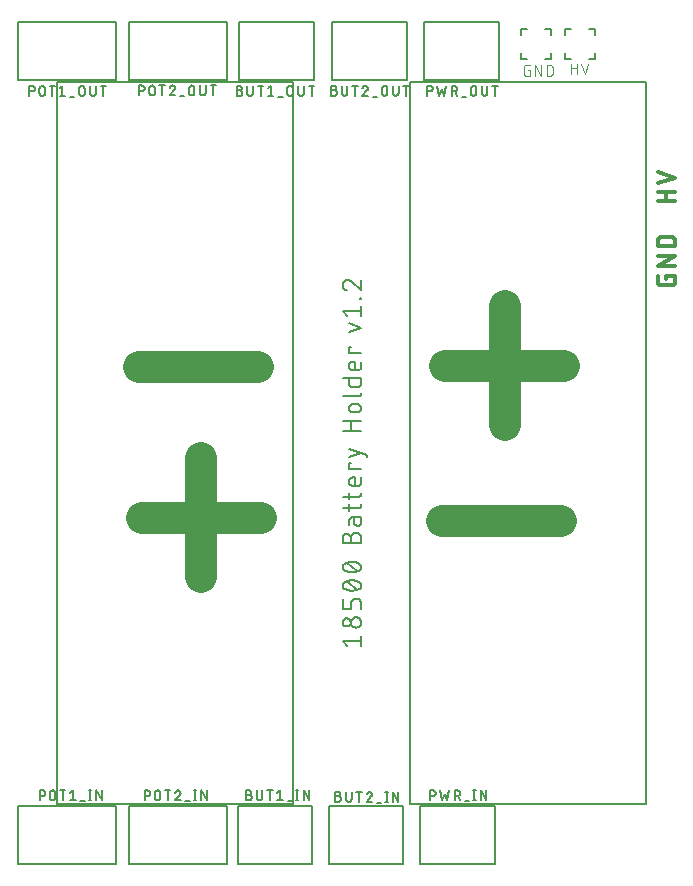
<source format=gbr>
G04 EAGLE Gerber RS-274X export*
G75*
%MOMM*%
%FSLAX34Y34*%
%LPD*%
%INSilkscreen Top*%
%IPPOS*%
%AMOC8*
5,1,8,0,0,1.08239X$1,22.5*%
G01*
%ADD10C,0.330200*%
%ADD11C,2.667000*%
%ADD12C,0.203200*%
%ADD13C,0.127000*%
%ADD14C,0.177800*%
%ADD15C,0.152400*%
%ADD16C,0.101600*%


D10*
X265488Y131451D02*
X265488Y133864D01*
X273531Y133864D01*
X273531Y129038D01*
X273529Y128926D01*
X273523Y128814D01*
X273513Y128702D01*
X273500Y128590D01*
X273482Y128479D01*
X273461Y128369D01*
X273435Y128260D01*
X273406Y128151D01*
X273374Y128044D01*
X273337Y127938D01*
X273297Y127833D01*
X273253Y127730D01*
X273205Y127628D01*
X273154Y127528D01*
X273100Y127429D01*
X273042Y127333D01*
X272981Y127239D01*
X272917Y127147D01*
X272849Y127057D01*
X272778Y126970D01*
X272705Y126885D01*
X272628Y126803D01*
X272549Y126724D01*
X272467Y126647D01*
X272382Y126574D01*
X272295Y126503D01*
X272205Y126435D01*
X272113Y126371D01*
X272019Y126310D01*
X271923Y126252D01*
X271824Y126198D01*
X271724Y126147D01*
X271622Y126099D01*
X271519Y126055D01*
X271414Y126015D01*
X271308Y125978D01*
X271201Y125946D01*
X271092Y125917D01*
X270983Y125891D01*
X270873Y125870D01*
X270762Y125852D01*
X270650Y125839D01*
X270538Y125829D01*
X270426Y125823D01*
X270314Y125821D01*
X262270Y125821D01*
X262158Y125823D01*
X262046Y125829D01*
X261934Y125839D01*
X261822Y125852D01*
X261711Y125870D01*
X261601Y125891D01*
X261492Y125917D01*
X261383Y125946D01*
X261276Y125978D01*
X261170Y126015D01*
X261065Y126055D01*
X260962Y126099D01*
X260860Y126147D01*
X260760Y126198D01*
X260662Y126252D01*
X260565Y126310D01*
X260471Y126371D01*
X260379Y126435D01*
X260289Y126503D01*
X260202Y126574D01*
X260117Y126647D01*
X260035Y126724D01*
X259956Y126803D01*
X259879Y126885D01*
X259806Y126970D01*
X259735Y127057D01*
X259667Y127147D01*
X259603Y127239D01*
X259542Y127333D01*
X259484Y127429D01*
X259430Y127528D01*
X259379Y127628D01*
X259331Y127729D01*
X259287Y127833D01*
X259247Y127938D01*
X259210Y128044D01*
X259178Y128151D01*
X259149Y128260D01*
X259123Y128369D01*
X259102Y128479D01*
X259084Y128590D01*
X259071Y128702D01*
X259061Y128814D01*
X259055Y128926D01*
X259053Y129038D01*
X259053Y133864D01*
X259053Y142494D02*
X273531Y142494D01*
X273531Y150538D02*
X259053Y142494D01*
X259053Y150538D02*
X273531Y150538D01*
X273531Y159168D02*
X259053Y159168D01*
X259053Y163189D01*
X259055Y163313D01*
X259061Y163437D01*
X259070Y163560D01*
X259083Y163683D01*
X259101Y163806D01*
X259121Y163928D01*
X259146Y164049D01*
X259174Y164170D01*
X259207Y164290D01*
X259242Y164408D01*
X259282Y164526D01*
X259325Y164642D01*
X259371Y164757D01*
X259421Y164870D01*
X259475Y164982D01*
X259532Y165092D01*
X259592Y165200D01*
X259655Y165306D01*
X259722Y165411D01*
X259792Y165513D01*
X259865Y165613D01*
X259942Y165710D01*
X260021Y165806D01*
X260103Y165899D01*
X260188Y165989D01*
X260275Y166076D01*
X260365Y166161D01*
X260458Y166243D01*
X260554Y166322D01*
X260651Y166399D01*
X260751Y166472D01*
X260853Y166542D01*
X260958Y166609D01*
X261064Y166672D01*
X261172Y166732D01*
X261282Y166789D01*
X261394Y166843D01*
X261507Y166893D01*
X261622Y166939D01*
X261738Y166982D01*
X261856Y167022D01*
X261974Y167057D01*
X262094Y167090D01*
X262215Y167118D01*
X262336Y167143D01*
X262458Y167163D01*
X262581Y167181D01*
X262704Y167194D01*
X262827Y167203D01*
X262951Y167209D01*
X263075Y167211D01*
X269509Y167211D01*
X269633Y167209D01*
X269757Y167203D01*
X269880Y167194D01*
X270003Y167181D01*
X270126Y167163D01*
X270248Y167143D01*
X270369Y167118D01*
X270490Y167090D01*
X270610Y167057D01*
X270728Y167022D01*
X270846Y166982D01*
X270962Y166939D01*
X271077Y166893D01*
X271190Y166843D01*
X271302Y166789D01*
X271412Y166732D01*
X271520Y166672D01*
X271626Y166609D01*
X271731Y166542D01*
X271833Y166472D01*
X271933Y166399D01*
X272030Y166322D01*
X272126Y166243D01*
X272219Y166161D01*
X272309Y166076D01*
X272396Y165989D01*
X272481Y165899D01*
X272563Y165806D01*
X272642Y165710D01*
X272719Y165613D01*
X272792Y165513D01*
X272862Y165411D01*
X272929Y165306D01*
X272992Y165200D01*
X273052Y165092D01*
X273109Y164982D01*
X273163Y164870D01*
X273213Y164757D01*
X273259Y164642D01*
X273302Y164526D01*
X273342Y164408D01*
X273377Y164290D01*
X273410Y164170D01*
X273438Y164049D01*
X273463Y163928D01*
X273483Y163806D01*
X273501Y163683D01*
X273514Y163560D01*
X273523Y163437D01*
X273529Y163313D01*
X273531Y163189D01*
X273531Y159168D01*
D11*
X-77421Y-70740D02*
X-178175Y-70740D01*
X-127798Y-121117D02*
X-127798Y-20364D01*
X78873Y57784D02*
X179627Y57784D01*
X129250Y7407D02*
X129250Y108160D01*
X-79453Y56768D02*
X-180207Y56768D01*
X75825Y-73280D02*
X176579Y-73280D01*
D12*
X-4410Y-179424D02*
X-7910Y-175050D01*
X7838Y-175050D01*
X7838Y-179424D02*
X7838Y-170675D01*
X3464Y-163792D02*
X3333Y-163790D01*
X3202Y-163784D01*
X3072Y-163774D01*
X2942Y-163761D01*
X2812Y-163743D01*
X2683Y-163722D01*
X2555Y-163696D01*
X2427Y-163667D01*
X2300Y-163634D01*
X2175Y-163598D01*
X2050Y-163557D01*
X1927Y-163513D01*
X1805Y-163465D01*
X1685Y-163414D01*
X1566Y-163359D01*
X1449Y-163300D01*
X1334Y-163238D01*
X1221Y-163173D01*
X1109Y-163104D01*
X1000Y-163032D01*
X893Y-162957D01*
X788Y-162878D01*
X686Y-162797D01*
X586Y-162712D01*
X489Y-162624D01*
X394Y-162534D01*
X302Y-162441D01*
X213Y-162345D01*
X127Y-162246D01*
X44Y-162145D01*
X-36Y-162042D01*
X-113Y-161936D01*
X-186Y-161828D01*
X-257Y-161717D01*
X-324Y-161605D01*
X-388Y-161491D01*
X-448Y-161375D01*
X-505Y-161257D01*
X-558Y-161137D01*
X-608Y-161016D01*
X-654Y-160893D01*
X-696Y-160770D01*
X-734Y-160645D01*
X-769Y-160518D01*
X-800Y-160391D01*
X-828Y-160263D01*
X-851Y-160135D01*
X-870Y-160005D01*
X-886Y-159875D01*
X-898Y-159745D01*
X-906Y-159614D01*
X-910Y-159483D01*
X-910Y-159353D01*
X-906Y-159222D01*
X-898Y-159091D01*
X-886Y-158961D01*
X-870Y-158831D01*
X-851Y-158701D01*
X-828Y-158573D01*
X-800Y-158445D01*
X-769Y-158318D01*
X-734Y-158191D01*
X-696Y-158066D01*
X-654Y-157943D01*
X-608Y-157820D01*
X-558Y-157699D01*
X-505Y-157579D01*
X-448Y-157461D01*
X-388Y-157345D01*
X-324Y-157231D01*
X-257Y-157119D01*
X-186Y-157008D01*
X-113Y-156900D01*
X-36Y-156794D01*
X44Y-156691D01*
X127Y-156590D01*
X213Y-156491D01*
X302Y-156395D01*
X394Y-156302D01*
X489Y-156212D01*
X586Y-156124D01*
X686Y-156039D01*
X788Y-155958D01*
X893Y-155879D01*
X1000Y-155804D01*
X1109Y-155732D01*
X1221Y-155663D01*
X1334Y-155598D01*
X1449Y-155536D01*
X1566Y-155477D01*
X1685Y-155422D01*
X1805Y-155371D01*
X1927Y-155323D01*
X2050Y-155279D01*
X2175Y-155238D01*
X2300Y-155202D01*
X2427Y-155169D01*
X2555Y-155140D01*
X2683Y-155114D01*
X2812Y-155093D01*
X2942Y-155075D01*
X3072Y-155062D01*
X3202Y-155052D01*
X3333Y-155046D01*
X3464Y-155044D01*
X3595Y-155046D01*
X3726Y-155052D01*
X3856Y-155062D01*
X3986Y-155075D01*
X4116Y-155093D01*
X4245Y-155114D01*
X4373Y-155140D01*
X4501Y-155169D01*
X4628Y-155202D01*
X4753Y-155238D01*
X4878Y-155279D01*
X5001Y-155323D01*
X5123Y-155371D01*
X5243Y-155422D01*
X5362Y-155477D01*
X5479Y-155536D01*
X5594Y-155598D01*
X5707Y-155663D01*
X5819Y-155732D01*
X5928Y-155804D01*
X6035Y-155879D01*
X6140Y-155958D01*
X6242Y-156039D01*
X6342Y-156124D01*
X6439Y-156212D01*
X6534Y-156302D01*
X6626Y-156395D01*
X6715Y-156491D01*
X6801Y-156590D01*
X6884Y-156691D01*
X6964Y-156794D01*
X7041Y-156900D01*
X7114Y-157008D01*
X7185Y-157119D01*
X7252Y-157231D01*
X7316Y-157345D01*
X7376Y-157461D01*
X7433Y-157579D01*
X7486Y-157699D01*
X7536Y-157820D01*
X7582Y-157943D01*
X7624Y-158066D01*
X7662Y-158191D01*
X7697Y-158318D01*
X7728Y-158445D01*
X7756Y-158573D01*
X7779Y-158701D01*
X7798Y-158831D01*
X7814Y-158961D01*
X7826Y-159091D01*
X7834Y-159222D01*
X7838Y-159353D01*
X7838Y-159483D01*
X7834Y-159614D01*
X7826Y-159745D01*
X7814Y-159875D01*
X7798Y-160005D01*
X7779Y-160135D01*
X7756Y-160263D01*
X7728Y-160391D01*
X7697Y-160518D01*
X7662Y-160645D01*
X7624Y-160770D01*
X7582Y-160893D01*
X7536Y-161016D01*
X7486Y-161137D01*
X7433Y-161257D01*
X7376Y-161375D01*
X7316Y-161491D01*
X7252Y-161605D01*
X7185Y-161717D01*
X7114Y-161828D01*
X7041Y-161936D01*
X6964Y-162042D01*
X6884Y-162145D01*
X6801Y-162246D01*
X6715Y-162345D01*
X6626Y-162441D01*
X6534Y-162534D01*
X6439Y-162624D01*
X6342Y-162712D01*
X6242Y-162797D01*
X6140Y-162878D01*
X6035Y-162957D01*
X5928Y-163032D01*
X5819Y-163104D01*
X5707Y-163173D01*
X5594Y-163238D01*
X5479Y-163300D01*
X5362Y-163359D01*
X5243Y-163414D01*
X5123Y-163465D01*
X5001Y-163513D01*
X4878Y-163557D01*
X4753Y-163598D01*
X4628Y-163634D01*
X4501Y-163667D01*
X4373Y-163696D01*
X4245Y-163722D01*
X4116Y-163743D01*
X3986Y-163761D01*
X3856Y-163774D01*
X3726Y-163784D01*
X3595Y-163790D01*
X3464Y-163792D01*
X-4410Y-162918D02*
X-4528Y-162916D01*
X-4646Y-162910D01*
X-4764Y-162900D01*
X-4881Y-162886D01*
X-4998Y-162868D01*
X-5115Y-162846D01*
X-5230Y-162821D01*
X-5344Y-162791D01*
X-5458Y-162757D01*
X-5570Y-162720D01*
X-5681Y-162679D01*
X-5790Y-162634D01*
X-5898Y-162586D01*
X-6004Y-162534D01*
X-6109Y-162478D01*
X-6211Y-162419D01*
X-6311Y-162357D01*
X-6409Y-162291D01*
X-6505Y-162222D01*
X-6599Y-162149D01*
X-6690Y-162074D01*
X-6778Y-161995D01*
X-6864Y-161914D01*
X-6947Y-161829D01*
X-7027Y-161742D01*
X-7104Y-161653D01*
X-7178Y-161560D01*
X-7248Y-161466D01*
X-7316Y-161369D01*
X-7380Y-161269D01*
X-7441Y-161168D01*
X-7498Y-161065D01*
X-7552Y-160959D01*
X-7603Y-160852D01*
X-7649Y-160744D01*
X-7692Y-160634D01*
X-7731Y-160522D01*
X-7767Y-160409D01*
X-7798Y-160295D01*
X-7826Y-160180D01*
X-7850Y-160065D01*
X-7870Y-159948D01*
X-7886Y-159831D01*
X-7898Y-159713D01*
X-7906Y-159595D01*
X-7910Y-159477D01*
X-7910Y-159359D01*
X-7906Y-159241D01*
X-7898Y-159123D01*
X-7886Y-159005D01*
X-7870Y-158888D01*
X-7850Y-158771D01*
X-7826Y-158656D01*
X-7798Y-158541D01*
X-7767Y-158427D01*
X-7731Y-158314D01*
X-7692Y-158202D01*
X-7649Y-158092D01*
X-7603Y-157984D01*
X-7552Y-157877D01*
X-7498Y-157771D01*
X-7441Y-157668D01*
X-7380Y-157567D01*
X-7316Y-157467D01*
X-7248Y-157370D01*
X-7178Y-157276D01*
X-7104Y-157183D01*
X-7027Y-157094D01*
X-6947Y-157007D01*
X-6864Y-156922D01*
X-6778Y-156841D01*
X-6690Y-156762D01*
X-6599Y-156687D01*
X-6505Y-156614D01*
X-6409Y-156545D01*
X-6311Y-156479D01*
X-6211Y-156417D01*
X-6109Y-156358D01*
X-6004Y-156302D01*
X-5898Y-156250D01*
X-5790Y-156202D01*
X-5681Y-156157D01*
X-5570Y-156116D01*
X-5458Y-156079D01*
X-5344Y-156045D01*
X-5230Y-156015D01*
X-5115Y-155990D01*
X-4998Y-155968D01*
X-4881Y-155950D01*
X-4764Y-155936D01*
X-4646Y-155926D01*
X-4528Y-155920D01*
X-4410Y-155918D01*
X-4292Y-155920D01*
X-4174Y-155926D01*
X-4056Y-155936D01*
X-3939Y-155950D01*
X-3822Y-155968D01*
X-3705Y-155990D01*
X-3590Y-156015D01*
X-3476Y-156045D01*
X-3362Y-156079D01*
X-3250Y-156116D01*
X-3139Y-156157D01*
X-3030Y-156202D01*
X-2922Y-156250D01*
X-2816Y-156302D01*
X-2711Y-156358D01*
X-2609Y-156417D01*
X-2509Y-156479D01*
X-2411Y-156545D01*
X-2315Y-156614D01*
X-2221Y-156687D01*
X-2130Y-156762D01*
X-2042Y-156841D01*
X-1956Y-156922D01*
X-1873Y-157007D01*
X-1793Y-157094D01*
X-1716Y-157183D01*
X-1642Y-157276D01*
X-1572Y-157370D01*
X-1504Y-157467D01*
X-1440Y-157567D01*
X-1379Y-157668D01*
X-1322Y-157771D01*
X-1268Y-157877D01*
X-1217Y-157984D01*
X-1171Y-158092D01*
X-1128Y-158202D01*
X-1089Y-158314D01*
X-1053Y-158427D01*
X-1022Y-158541D01*
X-994Y-158656D01*
X-970Y-158771D01*
X-950Y-158888D01*
X-934Y-159005D01*
X-922Y-159123D01*
X-914Y-159241D01*
X-910Y-159359D01*
X-910Y-159477D01*
X-914Y-159595D01*
X-922Y-159713D01*
X-934Y-159831D01*
X-950Y-159948D01*
X-970Y-160065D01*
X-994Y-160180D01*
X-1022Y-160295D01*
X-1053Y-160409D01*
X-1089Y-160522D01*
X-1128Y-160634D01*
X-1171Y-160744D01*
X-1217Y-160852D01*
X-1268Y-160959D01*
X-1322Y-161065D01*
X-1379Y-161168D01*
X-1440Y-161269D01*
X-1504Y-161369D01*
X-1572Y-161466D01*
X-1642Y-161560D01*
X-1716Y-161653D01*
X-1793Y-161742D01*
X-1873Y-161829D01*
X-1956Y-161914D01*
X-2042Y-161995D01*
X-2130Y-162074D01*
X-2221Y-162149D01*
X-2315Y-162222D01*
X-2411Y-162291D01*
X-2509Y-162357D01*
X-2609Y-162419D01*
X-2711Y-162478D01*
X-2816Y-162534D01*
X-2922Y-162586D01*
X-3030Y-162634D01*
X-3139Y-162679D01*
X-3250Y-162720D01*
X-3362Y-162757D01*
X-3476Y-162791D01*
X-3590Y-162821D01*
X-3705Y-162846D01*
X-3822Y-162868D01*
X-3939Y-162886D01*
X-4056Y-162900D01*
X-4174Y-162910D01*
X-4292Y-162916D01*
X-4410Y-162918D01*
X7838Y-148162D02*
X7838Y-142912D01*
X7836Y-142795D01*
X7830Y-142678D01*
X7820Y-142562D01*
X7807Y-142446D01*
X7789Y-142330D01*
X7768Y-142215D01*
X7743Y-142101D01*
X7714Y-141987D01*
X7681Y-141875D01*
X7644Y-141764D01*
X7604Y-141654D01*
X7560Y-141546D01*
X7513Y-141439D01*
X7462Y-141333D01*
X7407Y-141230D01*
X7349Y-141128D01*
X7288Y-141029D01*
X7224Y-140931D01*
X7156Y-140836D01*
X7085Y-140743D01*
X7011Y-140652D01*
X6934Y-140564D01*
X6854Y-140479D01*
X6771Y-140396D01*
X6686Y-140316D01*
X6598Y-140239D01*
X6507Y-140165D01*
X6414Y-140094D01*
X6319Y-140026D01*
X6221Y-139962D01*
X6122Y-139901D01*
X6020Y-139843D01*
X5917Y-139788D01*
X5811Y-139737D01*
X5704Y-139690D01*
X5596Y-139646D01*
X5486Y-139606D01*
X5375Y-139569D01*
X5263Y-139536D01*
X5149Y-139507D01*
X5035Y-139482D01*
X4920Y-139461D01*
X4805Y-139443D01*
X4688Y-139430D01*
X4572Y-139420D01*
X4455Y-139414D01*
X4338Y-139412D01*
X4338Y-139413D02*
X2589Y-139413D01*
X2589Y-139412D02*
X2472Y-139414D01*
X2355Y-139420D01*
X2239Y-139430D01*
X2122Y-139443D01*
X2007Y-139461D01*
X1892Y-139482D01*
X1778Y-139507D01*
X1664Y-139536D01*
X1552Y-139569D01*
X1441Y-139606D01*
X1331Y-139646D01*
X1223Y-139690D01*
X1116Y-139737D01*
X1010Y-139788D01*
X907Y-139843D01*
X805Y-139901D01*
X706Y-139962D01*
X608Y-140026D01*
X513Y-140094D01*
X420Y-140165D01*
X329Y-140239D01*
X241Y-140316D01*
X156Y-140396D01*
X73Y-140479D01*
X-7Y-140564D01*
X-84Y-140652D01*
X-158Y-140743D01*
X-229Y-140836D01*
X-297Y-140931D01*
X-361Y-141029D01*
X-422Y-141128D01*
X-480Y-141230D01*
X-535Y-141333D01*
X-586Y-141439D01*
X-633Y-141546D01*
X-677Y-141654D01*
X-717Y-141764D01*
X-754Y-141875D01*
X-787Y-141987D01*
X-816Y-142101D01*
X-841Y-142215D01*
X-862Y-142330D01*
X-880Y-142445D01*
X-893Y-142562D01*
X-903Y-142678D01*
X-909Y-142795D01*
X-911Y-142912D01*
X-911Y-148162D01*
X-7910Y-148162D01*
X-7910Y-139413D01*
X-5723Y-131219D02*
X-5443Y-131351D01*
X-5160Y-131477D01*
X-4874Y-131596D01*
X-4585Y-131708D01*
X-4293Y-131813D01*
X-3999Y-131911D01*
X-3703Y-132002D01*
X-3405Y-132086D01*
X-3105Y-132163D01*
X-2803Y-132233D01*
X-2500Y-132295D01*
X-2195Y-132350D01*
X-1889Y-132398D01*
X-1581Y-132439D01*
X-1273Y-132472D01*
X-965Y-132498D01*
X-655Y-132516D01*
X-346Y-132527D01*
X-36Y-132531D01*
X-5723Y-131218D02*
X-5828Y-131180D01*
X-5931Y-131138D01*
X-6033Y-131093D01*
X-6134Y-131045D01*
X-6232Y-130993D01*
X-6329Y-130937D01*
X-6424Y-130879D01*
X-6517Y-130817D01*
X-6607Y-130752D01*
X-6695Y-130683D01*
X-6781Y-130612D01*
X-6865Y-130538D01*
X-6945Y-130461D01*
X-7024Y-130382D01*
X-7099Y-130299D01*
X-7171Y-130214D01*
X-7241Y-130127D01*
X-7307Y-130037D01*
X-7370Y-129946D01*
X-7430Y-129852D01*
X-7487Y-129756D01*
X-7541Y-129658D01*
X-7591Y-129558D01*
X-7637Y-129457D01*
X-7680Y-129354D01*
X-7720Y-129249D01*
X-7756Y-129144D01*
X-7788Y-129037D01*
X-7816Y-128929D01*
X-7841Y-128820D01*
X-7862Y-128711D01*
X-7879Y-128601D01*
X-7893Y-128490D01*
X-7902Y-128379D01*
X-7908Y-128268D01*
X-7910Y-128156D01*
X-7908Y-128044D01*
X-7902Y-127933D01*
X-7893Y-127822D01*
X-7879Y-127711D01*
X-7862Y-127601D01*
X-7841Y-127492D01*
X-7816Y-127383D01*
X-7788Y-127275D01*
X-7756Y-127168D01*
X-7720Y-127063D01*
X-7680Y-126958D01*
X-7637Y-126855D01*
X-7591Y-126754D01*
X-7541Y-126654D01*
X-7487Y-126556D01*
X-7430Y-126460D01*
X-7370Y-126366D01*
X-7307Y-126275D01*
X-7241Y-126185D01*
X-7171Y-126098D01*
X-7099Y-126013D01*
X-7024Y-125930D01*
X-6945Y-125851D01*
X-6865Y-125774D01*
X-6781Y-125700D01*
X-6695Y-125629D01*
X-6607Y-125560D01*
X-6517Y-125495D01*
X-6424Y-125433D01*
X-6329Y-125375D01*
X-6232Y-125319D01*
X-6134Y-125267D01*
X-6033Y-125219D01*
X-5931Y-125174D01*
X-5828Y-125132D01*
X-5723Y-125094D01*
X-5443Y-124962D01*
X-5159Y-124836D01*
X-4873Y-124717D01*
X-4584Y-124605D01*
X-4293Y-124500D01*
X-3999Y-124402D01*
X-3703Y-124311D01*
X-3405Y-124227D01*
X-3105Y-124150D01*
X-2803Y-124080D01*
X-2499Y-124018D01*
X-2195Y-123963D01*
X-1889Y-123915D01*
X-1581Y-123874D01*
X-1273Y-123841D01*
X-965Y-123815D01*
X-655Y-123797D01*
X-346Y-123786D01*
X-36Y-123782D01*
X-36Y-132531D02*
X274Y-132527D01*
X583Y-132516D01*
X893Y-132498D01*
X1201Y-132472D01*
X1509Y-132439D01*
X1817Y-132398D01*
X2123Y-132350D01*
X2428Y-132295D01*
X2731Y-132233D01*
X3033Y-132163D01*
X3333Y-132086D01*
X3631Y-132002D01*
X3927Y-131911D01*
X4221Y-131813D01*
X4513Y-131708D01*
X4802Y-131596D01*
X5088Y-131477D01*
X5371Y-131351D01*
X5651Y-131219D01*
X5651Y-131218D02*
X5756Y-131180D01*
X5859Y-131138D01*
X5961Y-131093D01*
X6062Y-131045D01*
X6160Y-130993D01*
X6257Y-130937D01*
X6352Y-130879D01*
X6445Y-130817D01*
X6535Y-130752D01*
X6624Y-130683D01*
X6709Y-130612D01*
X6793Y-130538D01*
X6874Y-130461D01*
X6952Y-130382D01*
X7027Y-130299D01*
X7099Y-130214D01*
X7169Y-130127D01*
X7235Y-130037D01*
X7298Y-129946D01*
X7358Y-129852D01*
X7415Y-129756D01*
X7469Y-129658D01*
X7519Y-129558D01*
X7565Y-129457D01*
X7608Y-129354D01*
X7648Y-129249D01*
X7684Y-129144D01*
X7716Y-129037D01*
X7744Y-128929D01*
X7769Y-128820D01*
X7790Y-128711D01*
X7807Y-128601D01*
X7821Y-128490D01*
X7830Y-128379D01*
X7836Y-128268D01*
X7838Y-128156D01*
X5651Y-125094D02*
X5371Y-124962D01*
X5087Y-124836D01*
X4801Y-124717D01*
X4512Y-124605D01*
X4221Y-124500D01*
X3927Y-124402D01*
X3631Y-124311D01*
X3333Y-124227D01*
X3033Y-124150D01*
X2731Y-124080D01*
X2427Y-124018D01*
X2123Y-123963D01*
X1817Y-123915D01*
X1509Y-123874D01*
X1201Y-123841D01*
X893Y-123815D01*
X583Y-123797D01*
X274Y-123786D01*
X-36Y-123782D01*
X5651Y-125094D02*
X5756Y-125132D01*
X5859Y-125174D01*
X5961Y-125219D01*
X6062Y-125267D01*
X6160Y-125319D01*
X6257Y-125375D01*
X6352Y-125433D01*
X6445Y-125495D01*
X6535Y-125560D01*
X6623Y-125629D01*
X6709Y-125700D01*
X6793Y-125774D01*
X6874Y-125851D01*
X6952Y-125930D01*
X7027Y-126013D01*
X7099Y-126098D01*
X7169Y-126185D01*
X7235Y-126275D01*
X7298Y-126366D01*
X7358Y-126460D01*
X7415Y-126556D01*
X7469Y-126654D01*
X7519Y-126754D01*
X7565Y-126855D01*
X7608Y-126958D01*
X7648Y-127063D01*
X7684Y-127168D01*
X7716Y-127275D01*
X7744Y-127383D01*
X7769Y-127492D01*
X7790Y-127601D01*
X7807Y-127711D01*
X7821Y-127822D01*
X7830Y-127933D01*
X7836Y-128044D01*
X7838Y-128156D01*
X4338Y-131655D02*
X-4410Y-124656D01*
X-36Y-116899D02*
X-346Y-116895D01*
X-655Y-116884D01*
X-965Y-116866D01*
X-1273Y-116840D01*
X-1581Y-116807D01*
X-1889Y-116766D01*
X-2195Y-116718D01*
X-2500Y-116663D01*
X-2803Y-116601D01*
X-3105Y-116531D01*
X-3405Y-116454D01*
X-3703Y-116370D01*
X-3999Y-116279D01*
X-4293Y-116181D01*
X-4585Y-116076D01*
X-4874Y-115964D01*
X-5160Y-115845D01*
X-5443Y-115719D01*
X-5723Y-115587D01*
X-5828Y-115549D01*
X-5931Y-115507D01*
X-6033Y-115462D01*
X-6134Y-115414D01*
X-6232Y-115362D01*
X-6329Y-115306D01*
X-6424Y-115248D01*
X-6517Y-115186D01*
X-6607Y-115121D01*
X-6695Y-115052D01*
X-6781Y-114981D01*
X-6865Y-114907D01*
X-6945Y-114830D01*
X-7024Y-114751D01*
X-7099Y-114668D01*
X-7171Y-114583D01*
X-7241Y-114496D01*
X-7307Y-114406D01*
X-7370Y-114315D01*
X-7430Y-114221D01*
X-7487Y-114125D01*
X-7541Y-114027D01*
X-7591Y-113927D01*
X-7637Y-113826D01*
X-7680Y-113723D01*
X-7720Y-113618D01*
X-7756Y-113513D01*
X-7788Y-113406D01*
X-7816Y-113298D01*
X-7841Y-113189D01*
X-7862Y-113080D01*
X-7879Y-112970D01*
X-7893Y-112859D01*
X-7902Y-112748D01*
X-7908Y-112637D01*
X-7910Y-112525D01*
X-7908Y-112413D01*
X-7902Y-112302D01*
X-7893Y-112191D01*
X-7879Y-112080D01*
X-7862Y-111970D01*
X-7841Y-111861D01*
X-7816Y-111752D01*
X-7788Y-111644D01*
X-7756Y-111537D01*
X-7720Y-111432D01*
X-7680Y-111327D01*
X-7637Y-111224D01*
X-7591Y-111123D01*
X-7541Y-111023D01*
X-7487Y-110925D01*
X-7430Y-110829D01*
X-7370Y-110735D01*
X-7307Y-110644D01*
X-7241Y-110554D01*
X-7171Y-110467D01*
X-7099Y-110382D01*
X-7024Y-110299D01*
X-6945Y-110220D01*
X-6865Y-110143D01*
X-6781Y-110069D01*
X-6695Y-109998D01*
X-6607Y-109929D01*
X-6517Y-109864D01*
X-6424Y-109802D01*
X-6329Y-109744D01*
X-6232Y-109688D01*
X-6134Y-109636D01*
X-6033Y-109588D01*
X-5931Y-109543D01*
X-5828Y-109501D01*
X-5723Y-109463D01*
X-5723Y-109462D02*
X-5443Y-109330D01*
X-5159Y-109204D01*
X-4873Y-109085D01*
X-4584Y-108973D01*
X-4293Y-108868D01*
X-3999Y-108770D01*
X-3703Y-108679D01*
X-3405Y-108595D01*
X-3105Y-108518D01*
X-2803Y-108448D01*
X-2499Y-108386D01*
X-2195Y-108331D01*
X-1889Y-108283D01*
X-1581Y-108242D01*
X-1273Y-108209D01*
X-965Y-108183D01*
X-655Y-108165D01*
X-346Y-108154D01*
X-36Y-108150D01*
X-36Y-116899D02*
X274Y-116895D01*
X583Y-116884D01*
X893Y-116866D01*
X1201Y-116840D01*
X1509Y-116807D01*
X1817Y-116766D01*
X2123Y-116718D01*
X2428Y-116663D01*
X2731Y-116601D01*
X3033Y-116531D01*
X3333Y-116454D01*
X3631Y-116370D01*
X3927Y-116279D01*
X4221Y-116181D01*
X4513Y-116076D01*
X4802Y-115964D01*
X5088Y-115845D01*
X5371Y-115719D01*
X5651Y-115587D01*
X5756Y-115549D01*
X5859Y-115507D01*
X5961Y-115462D01*
X6062Y-115414D01*
X6160Y-115362D01*
X6257Y-115306D01*
X6352Y-115248D01*
X6445Y-115186D01*
X6535Y-115121D01*
X6624Y-115052D01*
X6709Y-114981D01*
X6793Y-114907D01*
X6874Y-114830D01*
X6952Y-114751D01*
X7027Y-114668D01*
X7099Y-114583D01*
X7169Y-114496D01*
X7235Y-114406D01*
X7298Y-114315D01*
X7358Y-114221D01*
X7415Y-114125D01*
X7469Y-114027D01*
X7519Y-113927D01*
X7565Y-113826D01*
X7608Y-113723D01*
X7648Y-113618D01*
X7684Y-113513D01*
X7716Y-113406D01*
X7744Y-113298D01*
X7769Y-113189D01*
X7790Y-113080D01*
X7807Y-112970D01*
X7821Y-112859D01*
X7830Y-112748D01*
X7836Y-112637D01*
X7838Y-112525D01*
X5651Y-109462D02*
X5371Y-109330D01*
X5087Y-109204D01*
X4801Y-109085D01*
X4512Y-108973D01*
X4221Y-108868D01*
X3927Y-108770D01*
X3631Y-108679D01*
X3333Y-108595D01*
X3033Y-108518D01*
X2731Y-108448D01*
X2427Y-108386D01*
X2123Y-108331D01*
X1817Y-108283D01*
X1509Y-108242D01*
X1201Y-108209D01*
X893Y-108183D01*
X583Y-108165D01*
X274Y-108154D01*
X-36Y-108150D01*
X5651Y-109463D02*
X5756Y-109501D01*
X5859Y-109543D01*
X5961Y-109588D01*
X6062Y-109636D01*
X6160Y-109688D01*
X6257Y-109744D01*
X6352Y-109802D01*
X6445Y-109864D01*
X6535Y-109929D01*
X6623Y-109998D01*
X6709Y-110069D01*
X6793Y-110143D01*
X6874Y-110220D01*
X6952Y-110299D01*
X7027Y-110382D01*
X7099Y-110467D01*
X7169Y-110554D01*
X7235Y-110644D01*
X7298Y-110735D01*
X7358Y-110829D01*
X7415Y-110925D01*
X7469Y-111023D01*
X7519Y-111123D01*
X7565Y-111224D01*
X7608Y-111327D01*
X7648Y-111432D01*
X7684Y-111537D01*
X7716Y-111644D01*
X7744Y-111752D01*
X7769Y-111861D01*
X7790Y-111970D01*
X7807Y-112080D01*
X7821Y-112191D01*
X7830Y-112302D01*
X7836Y-112413D01*
X7838Y-112525D01*
X4338Y-116024D02*
X-4410Y-109025D01*
X-911Y-92156D02*
X-911Y-87782D01*
X-910Y-87782D02*
X-908Y-87651D01*
X-902Y-87520D01*
X-892Y-87390D01*
X-879Y-87260D01*
X-861Y-87130D01*
X-840Y-87001D01*
X-814Y-86873D01*
X-785Y-86745D01*
X-752Y-86618D01*
X-716Y-86493D01*
X-675Y-86368D01*
X-631Y-86245D01*
X-583Y-86123D01*
X-532Y-86003D01*
X-477Y-85884D01*
X-418Y-85767D01*
X-356Y-85652D01*
X-291Y-85539D01*
X-222Y-85427D01*
X-150Y-85318D01*
X-75Y-85211D01*
X4Y-85106D01*
X85Y-85004D01*
X170Y-84904D01*
X258Y-84807D01*
X348Y-84712D01*
X441Y-84620D01*
X537Y-84531D01*
X636Y-84445D01*
X737Y-84362D01*
X840Y-84282D01*
X946Y-84205D01*
X1054Y-84132D01*
X1165Y-84061D01*
X1277Y-83994D01*
X1391Y-83930D01*
X1507Y-83870D01*
X1625Y-83813D01*
X1745Y-83760D01*
X1866Y-83710D01*
X1989Y-83664D01*
X2112Y-83622D01*
X2237Y-83584D01*
X2364Y-83549D01*
X2491Y-83518D01*
X2619Y-83490D01*
X2747Y-83467D01*
X2877Y-83448D01*
X3007Y-83432D01*
X3137Y-83420D01*
X3268Y-83412D01*
X3399Y-83408D01*
X3529Y-83408D01*
X3660Y-83412D01*
X3791Y-83420D01*
X3921Y-83432D01*
X4051Y-83448D01*
X4181Y-83467D01*
X4309Y-83490D01*
X4437Y-83518D01*
X4564Y-83549D01*
X4691Y-83584D01*
X4816Y-83622D01*
X4939Y-83664D01*
X5062Y-83710D01*
X5183Y-83760D01*
X5303Y-83813D01*
X5421Y-83870D01*
X5537Y-83930D01*
X5651Y-83994D01*
X5763Y-84061D01*
X5874Y-84132D01*
X5982Y-84205D01*
X6088Y-84282D01*
X6191Y-84362D01*
X6292Y-84445D01*
X6391Y-84531D01*
X6487Y-84620D01*
X6580Y-84712D01*
X6670Y-84807D01*
X6758Y-84904D01*
X6843Y-85004D01*
X6924Y-85106D01*
X7003Y-85211D01*
X7078Y-85318D01*
X7150Y-85427D01*
X7219Y-85539D01*
X7284Y-85652D01*
X7346Y-85767D01*
X7405Y-85884D01*
X7460Y-86003D01*
X7511Y-86123D01*
X7559Y-86245D01*
X7603Y-86368D01*
X7644Y-86493D01*
X7680Y-86618D01*
X7713Y-86745D01*
X7742Y-86873D01*
X7768Y-87001D01*
X7789Y-87130D01*
X7807Y-87260D01*
X7820Y-87390D01*
X7830Y-87520D01*
X7836Y-87651D01*
X7838Y-87782D01*
X7838Y-92156D01*
X-7910Y-92156D01*
X-7910Y-87782D01*
X-7908Y-87664D01*
X-7902Y-87546D01*
X-7892Y-87428D01*
X-7878Y-87311D01*
X-7860Y-87194D01*
X-7838Y-87077D01*
X-7813Y-86962D01*
X-7783Y-86848D01*
X-7749Y-86734D01*
X-7712Y-86622D01*
X-7671Y-86511D01*
X-7626Y-86402D01*
X-7578Y-86294D01*
X-7526Y-86188D01*
X-7470Y-86083D01*
X-7411Y-85981D01*
X-7349Y-85881D01*
X-7283Y-85783D01*
X-7214Y-85687D01*
X-7141Y-85593D01*
X-7066Y-85502D01*
X-6987Y-85414D01*
X-6906Y-85328D01*
X-6821Y-85245D01*
X-6734Y-85165D01*
X-6645Y-85088D01*
X-6552Y-85014D01*
X-6458Y-84944D01*
X-6361Y-84876D01*
X-6261Y-84812D01*
X-6160Y-84751D01*
X-6057Y-84694D01*
X-5951Y-84640D01*
X-5844Y-84589D01*
X-5736Y-84543D01*
X-5626Y-84500D01*
X-5514Y-84461D01*
X-5401Y-84425D01*
X-5287Y-84394D01*
X-5172Y-84366D01*
X-5057Y-84342D01*
X-4940Y-84322D01*
X-4823Y-84306D01*
X-4705Y-84294D01*
X-4587Y-84286D01*
X-4469Y-84282D01*
X-4351Y-84282D01*
X-4233Y-84286D01*
X-4115Y-84294D01*
X-3997Y-84306D01*
X-3880Y-84322D01*
X-3763Y-84342D01*
X-3648Y-84366D01*
X-3533Y-84394D01*
X-3419Y-84425D01*
X-3306Y-84461D01*
X-3194Y-84500D01*
X-3084Y-84543D01*
X-2976Y-84589D01*
X-2869Y-84640D01*
X-2763Y-84694D01*
X-2660Y-84751D01*
X-2559Y-84812D01*
X-2459Y-84876D01*
X-2362Y-84944D01*
X-2268Y-85014D01*
X-2175Y-85088D01*
X-2086Y-85165D01*
X-1999Y-85245D01*
X-1914Y-85328D01*
X-1833Y-85414D01*
X-1754Y-85502D01*
X-1679Y-85593D01*
X-1606Y-85687D01*
X-1537Y-85783D01*
X-1471Y-85881D01*
X-1409Y-85981D01*
X-1350Y-86083D01*
X-1294Y-86188D01*
X-1242Y-86294D01*
X-1194Y-86402D01*
X-1149Y-86511D01*
X-1108Y-86622D01*
X-1071Y-86734D01*
X-1037Y-86848D01*
X-1007Y-86962D01*
X-982Y-87077D01*
X-960Y-87194D01*
X-942Y-87311D01*
X-928Y-87428D01*
X-918Y-87546D01*
X-912Y-87664D01*
X-910Y-87782D01*
X1714Y-74493D02*
X1714Y-70556D01*
X1714Y-74493D02*
X1716Y-74602D01*
X1722Y-74711D01*
X1732Y-74820D01*
X1745Y-74929D01*
X1763Y-75037D01*
X1784Y-75144D01*
X1809Y-75250D01*
X1838Y-75356D01*
X1871Y-75460D01*
X1907Y-75563D01*
X1947Y-75665D01*
X1991Y-75765D01*
X2038Y-75864D01*
X2089Y-75960D01*
X2143Y-76055D01*
X2200Y-76148D01*
X2261Y-76239D01*
X2325Y-76328D01*
X2392Y-76414D01*
X2462Y-76498D01*
X2535Y-76580D01*
X2611Y-76658D01*
X2689Y-76734D01*
X2771Y-76807D01*
X2855Y-76877D01*
X2941Y-76944D01*
X3030Y-77008D01*
X3121Y-77069D01*
X3214Y-77126D01*
X3309Y-77180D01*
X3405Y-77231D01*
X3504Y-77278D01*
X3604Y-77322D01*
X3706Y-77362D01*
X3809Y-77398D01*
X3913Y-77431D01*
X4019Y-77460D01*
X4125Y-77485D01*
X4232Y-77506D01*
X4340Y-77524D01*
X4449Y-77537D01*
X4558Y-77547D01*
X4667Y-77553D01*
X4776Y-77555D01*
X4885Y-77553D01*
X4994Y-77547D01*
X5103Y-77537D01*
X5212Y-77524D01*
X5320Y-77506D01*
X5427Y-77485D01*
X5533Y-77460D01*
X5639Y-77431D01*
X5743Y-77398D01*
X5846Y-77362D01*
X5948Y-77322D01*
X6048Y-77278D01*
X6147Y-77231D01*
X6243Y-77180D01*
X6338Y-77126D01*
X6431Y-77069D01*
X6522Y-77008D01*
X6611Y-76944D01*
X6697Y-76877D01*
X6781Y-76807D01*
X6863Y-76734D01*
X6941Y-76658D01*
X7017Y-76580D01*
X7090Y-76498D01*
X7160Y-76414D01*
X7227Y-76328D01*
X7291Y-76239D01*
X7352Y-76148D01*
X7409Y-76055D01*
X7463Y-75960D01*
X7514Y-75864D01*
X7561Y-75765D01*
X7605Y-75665D01*
X7645Y-75563D01*
X7681Y-75460D01*
X7714Y-75356D01*
X7743Y-75250D01*
X7768Y-75144D01*
X7789Y-75037D01*
X7807Y-74929D01*
X7820Y-74820D01*
X7830Y-74711D01*
X7836Y-74602D01*
X7838Y-74493D01*
X7838Y-70556D01*
X-36Y-70556D01*
X-137Y-70558D01*
X-237Y-70564D01*
X-337Y-70573D01*
X-437Y-70587D01*
X-536Y-70604D01*
X-634Y-70625D01*
X-732Y-70650D01*
X-828Y-70678D01*
X-923Y-70711D01*
X-1017Y-70746D01*
X-1110Y-70786D01*
X-1201Y-70829D01*
X-1290Y-70875D01*
X-1377Y-70925D01*
X-1463Y-70978D01*
X-1546Y-71034D01*
X-1627Y-71093D01*
X-1706Y-71156D01*
X-1782Y-71221D01*
X-1856Y-71290D01*
X-1927Y-71361D01*
X-1996Y-71435D01*
X-2061Y-71511D01*
X-2124Y-71590D01*
X-2183Y-71671D01*
X-2239Y-71754D01*
X-2292Y-71840D01*
X-2342Y-71927D01*
X-2388Y-72016D01*
X-2431Y-72107D01*
X-2471Y-72200D01*
X-2507Y-72294D01*
X-2539Y-72389D01*
X-2567Y-72485D01*
X-2592Y-72583D01*
X-2613Y-72681D01*
X-2630Y-72780D01*
X-2644Y-72880D01*
X-2653Y-72980D01*
X-2659Y-73080D01*
X-2661Y-73181D01*
X-2661Y-76680D01*
X-2661Y-64748D02*
X-2661Y-59499D01*
X-7910Y-62998D02*
X5213Y-62998D01*
X5213Y-62999D02*
X5314Y-62997D01*
X5414Y-62991D01*
X5514Y-62982D01*
X5614Y-62968D01*
X5713Y-62951D01*
X5811Y-62930D01*
X5909Y-62905D01*
X6005Y-62877D01*
X6100Y-62844D01*
X6194Y-62809D01*
X6287Y-62769D01*
X6378Y-62726D01*
X6467Y-62680D01*
X6554Y-62630D01*
X6640Y-62577D01*
X6723Y-62521D01*
X6804Y-62462D01*
X6883Y-62399D01*
X6959Y-62334D01*
X7033Y-62265D01*
X7104Y-62194D01*
X7173Y-62120D01*
X7238Y-62044D01*
X7301Y-61965D01*
X7360Y-61884D01*
X7416Y-61801D01*
X7469Y-61715D01*
X7519Y-61628D01*
X7565Y-61539D01*
X7608Y-61448D01*
X7648Y-61355D01*
X7684Y-61261D01*
X7716Y-61166D01*
X7744Y-61070D01*
X7769Y-60972D01*
X7790Y-60874D01*
X7807Y-60775D01*
X7821Y-60675D01*
X7830Y-60575D01*
X7836Y-60475D01*
X7838Y-60374D01*
X7838Y-59499D01*
X-2661Y-54848D02*
X-2661Y-49599D01*
X-7910Y-53099D02*
X5213Y-53099D01*
X5314Y-53097D01*
X5414Y-53091D01*
X5514Y-53082D01*
X5614Y-53068D01*
X5713Y-53051D01*
X5811Y-53030D01*
X5909Y-53005D01*
X6005Y-52977D01*
X6100Y-52944D01*
X6194Y-52909D01*
X6287Y-52869D01*
X6378Y-52826D01*
X6467Y-52780D01*
X6554Y-52730D01*
X6640Y-52677D01*
X6723Y-52621D01*
X6804Y-52562D01*
X6883Y-52499D01*
X6959Y-52434D01*
X7033Y-52365D01*
X7104Y-52294D01*
X7173Y-52220D01*
X7238Y-52144D01*
X7301Y-52065D01*
X7360Y-51984D01*
X7416Y-51901D01*
X7469Y-51815D01*
X7519Y-51728D01*
X7565Y-51639D01*
X7608Y-51548D01*
X7648Y-51455D01*
X7684Y-51361D01*
X7716Y-51266D01*
X7744Y-51170D01*
X7769Y-51072D01*
X7790Y-50974D01*
X7807Y-50875D01*
X7821Y-50775D01*
X7830Y-50675D01*
X7836Y-50575D01*
X7838Y-50474D01*
X7838Y-49599D01*
X7838Y-40975D02*
X7838Y-36600D01*
X7838Y-40975D02*
X7836Y-41076D01*
X7830Y-41176D01*
X7821Y-41276D01*
X7807Y-41376D01*
X7790Y-41475D01*
X7769Y-41573D01*
X7744Y-41671D01*
X7716Y-41767D01*
X7683Y-41862D01*
X7648Y-41956D01*
X7608Y-42049D01*
X7565Y-42140D01*
X7519Y-42229D01*
X7469Y-42316D01*
X7416Y-42402D01*
X7360Y-42485D01*
X7301Y-42566D01*
X7238Y-42645D01*
X7173Y-42721D01*
X7104Y-42795D01*
X7033Y-42866D01*
X6959Y-42935D01*
X6883Y-43000D01*
X6804Y-43063D01*
X6723Y-43122D01*
X6640Y-43178D01*
X6554Y-43231D01*
X6467Y-43281D01*
X6378Y-43327D01*
X6287Y-43370D01*
X6194Y-43410D01*
X6100Y-43445D01*
X6005Y-43478D01*
X5909Y-43506D01*
X5811Y-43531D01*
X5713Y-43552D01*
X5614Y-43569D01*
X5514Y-43583D01*
X5414Y-43592D01*
X5314Y-43598D01*
X5213Y-43600D01*
X5213Y-43599D02*
X839Y-43599D01*
X839Y-43600D02*
X721Y-43598D01*
X603Y-43592D01*
X485Y-43582D01*
X368Y-43568D01*
X251Y-43550D01*
X134Y-43528D01*
X19Y-43503D01*
X-95Y-43473D01*
X-209Y-43439D01*
X-321Y-43402D01*
X-432Y-43361D01*
X-541Y-43316D01*
X-649Y-43268D01*
X-755Y-43216D01*
X-860Y-43160D01*
X-962Y-43101D01*
X-1062Y-43039D01*
X-1160Y-42973D01*
X-1256Y-42904D01*
X-1350Y-42831D01*
X-1441Y-42756D01*
X-1529Y-42677D01*
X-1615Y-42596D01*
X-1698Y-42511D01*
X-1778Y-42424D01*
X-1855Y-42335D01*
X-1929Y-42242D01*
X-1999Y-42148D01*
X-2067Y-42051D01*
X-2131Y-41951D01*
X-2192Y-41850D01*
X-2249Y-41747D01*
X-2303Y-41641D01*
X-2354Y-41534D01*
X-2400Y-41426D01*
X-2443Y-41316D01*
X-2482Y-41204D01*
X-2518Y-41091D01*
X-2549Y-40977D01*
X-2577Y-40862D01*
X-2601Y-40747D01*
X-2621Y-40630D01*
X-2637Y-40513D01*
X-2649Y-40395D01*
X-2657Y-40277D01*
X-2661Y-40159D01*
X-2661Y-40041D01*
X-2657Y-39923D01*
X-2649Y-39805D01*
X-2637Y-39687D01*
X-2621Y-39570D01*
X-2601Y-39453D01*
X-2577Y-39338D01*
X-2549Y-39223D01*
X-2518Y-39109D01*
X-2482Y-38996D01*
X-2443Y-38884D01*
X-2400Y-38774D01*
X-2354Y-38666D01*
X-2303Y-38559D01*
X-2249Y-38453D01*
X-2192Y-38350D01*
X-2131Y-38249D01*
X-2067Y-38149D01*
X-1999Y-38052D01*
X-1929Y-37958D01*
X-1855Y-37865D01*
X-1778Y-37776D01*
X-1698Y-37689D01*
X-1615Y-37604D01*
X-1529Y-37523D01*
X-1441Y-37444D01*
X-1350Y-37369D01*
X-1256Y-37296D01*
X-1160Y-37227D01*
X-1062Y-37161D01*
X-962Y-37099D01*
X-860Y-37040D01*
X-755Y-36984D01*
X-649Y-36932D01*
X-541Y-36884D01*
X-432Y-36839D01*
X-321Y-36798D01*
X-209Y-36761D01*
X-95Y-36727D01*
X19Y-36697D01*
X134Y-36672D01*
X251Y-36650D01*
X368Y-36632D01*
X485Y-36618D01*
X603Y-36608D01*
X721Y-36602D01*
X839Y-36600D01*
X2589Y-36600D01*
X2589Y-43599D01*
X7838Y-29429D02*
X-2661Y-29429D01*
X-2661Y-24180D01*
X-911Y-24180D01*
X13087Y-19632D02*
X13087Y-17882D01*
X-2661Y-12632D01*
X-2661Y-19632D02*
X7838Y-16132D01*
X7838Y2419D02*
X-7910Y2419D01*
X-911Y2419D02*
X-911Y11168D01*
X-7910Y11168D02*
X7838Y11168D01*
X4338Y18404D02*
X839Y18404D01*
X721Y18406D01*
X603Y18412D01*
X485Y18422D01*
X368Y18436D01*
X251Y18454D01*
X134Y18476D01*
X19Y18501D01*
X-95Y18531D01*
X-209Y18565D01*
X-321Y18602D01*
X-432Y18643D01*
X-541Y18688D01*
X-649Y18736D01*
X-755Y18788D01*
X-860Y18844D01*
X-962Y18903D01*
X-1062Y18965D01*
X-1160Y19031D01*
X-1256Y19100D01*
X-1350Y19173D01*
X-1441Y19248D01*
X-1529Y19327D01*
X-1615Y19408D01*
X-1698Y19493D01*
X-1778Y19580D01*
X-1855Y19669D01*
X-1929Y19762D01*
X-1999Y19856D01*
X-2067Y19953D01*
X-2131Y20053D01*
X-2192Y20154D01*
X-2249Y20257D01*
X-2303Y20363D01*
X-2354Y20470D01*
X-2400Y20578D01*
X-2443Y20688D01*
X-2482Y20800D01*
X-2518Y20913D01*
X-2549Y21027D01*
X-2577Y21142D01*
X-2601Y21257D01*
X-2621Y21374D01*
X-2637Y21491D01*
X-2649Y21609D01*
X-2657Y21727D01*
X-2661Y21845D01*
X-2661Y21963D01*
X-2657Y22081D01*
X-2649Y22199D01*
X-2637Y22317D01*
X-2621Y22434D01*
X-2601Y22551D01*
X-2577Y22666D01*
X-2549Y22781D01*
X-2518Y22895D01*
X-2482Y23008D01*
X-2443Y23120D01*
X-2400Y23230D01*
X-2354Y23338D01*
X-2303Y23445D01*
X-2249Y23551D01*
X-2192Y23654D01*
X-2131Y23755D01*
X-2067Y23855D01*
X-1999Y23952D01*
X-1929Y24046D01*
X-1855Y24139D01*
X-1778Y24228D01*
X-1698Y24315D01*
X-1615Y24400D01*
X-1529Y24481D01*
X-1441Y24560D01*
X-1350Y24635D01*
X-1256Y24708D01*
X-1160Y24777D01*
X-1062Y24843D01*
X-962Y24905D01*
X-860Y24964D01*
X-755Y25020D01*
X-649Y25072D01*
X-541Y25120D01*
X-432Y25165D01*
X-321Y25206D01*
X-209Y25243D01*
X-95Y25277D01*
X19Y25307D01*
X134Y25332D01*
X251Y25354D01*
X368Y25372D01*
X485Y25386D01*
X603Y25396D01*
X721Y25402D01*
X839Y25404D01*
X4338Y25404D01*
X4456Y25402D01*
X4574Y25396D01*
X4692Y25386D01*
X4809Y25372D01*
X4926Y25354D01*
X5043Y25332D01*
X5158Y25307D01*
X5272Y25277D01*
X5386Y25243D01*
X5498Y25206D01*
X5609Y25165D01*
X5718Y25120D01*
X5826Y25072D01*
X5932Y25020D01*
X6037Y24964D01*
X6139Y24905D01*
X6239Y24843D01*
X6337Y24777D01*
X6433Y24708D01*
X6527Y24635D01*
X6618Y24560D01*
X6706Y24481D01*
X6792Y24400D01*
X6875Y24315D01*
X6955Y24228D01*
X7032Y24139D01*
X7106Y24046D01*
X7176Y23952D01*
X7244Y23855D01*
X7308Y23755D01*
X7369Y23654D01*
X7426Y23551D01*
X7480Y23445D01*
X7531Y23338D01*
X7577Y23230D01*
X7620Y23120D01*
X7659Y23008D01*
X7695Y22895D01*
X7726Y22781D01*
X7754Y22666D01*
X7778Y22551D01*
X7798Y22434D01*
X7814Y22317D01*
X7826Y22199D01*
X7834Y22081D01*
X7838Y21963D01*
X7838Y21845D01*
X7834Y21727D01*
X7826Y21609D01*
X7814Y21491D01*
X7798Y21374D01*
X7778Y21257D01*
X7754Y21142D01*
X7726Y21027D01*
X7695Y20913D01*
X7659Y20800D01*
X7620Y20688D01*
X7577Y20578D01*
X7531Y20470D01*
X7480Y20363D01*
X7426Y20257D01*
X7369Y20154D01*
X7308Y20053D01*
X7244Y19953D01*
X7176Y19856D01*
X7106Y19762D01*
X7032Y19669D01*
X6955Y19580D01*
X6875Y19493D01*
X6792Y19408D01*
X6706Y19327D01*
X6618Y19248D01*
X6527Y19173D01*
X6433Y19100D01*
X6337Y19031D01*
X6239Y18965D01*
X6139Y18903D01*
X6037Y18844D01*
X5932Y18788D01*
X5826Y18736D01*
X5718Y18688D01*
X5609Y18643D01*
X5498Y18602D01*
X5386Y18565D01*
X5272Y18531D01*
X5158Y18501D01*
X5043Y18476D01*
X4926Y18454D01*
X4809Y18436D01*
X4692Y18422D01*
X4574Y18412D01*
X4456Y18406D01*
X4338Y18404D01*
X5213Y32131D02*
X-7910Y32131D01*
X5213Y32130D02*
X5314Y32132D01*
X5414Y32138D01*
X5514Y32147D01*
X5614Y32161D01*
X5713Y32178D01*
X5811Y32199D01*
X5909Y32224D01*
X6005Y32252D01*
X6100Y32285D01*
X6194Y32320D01*
X6287Y32360D01*
X6378Y32403D01*
X6467Y32449D01*
X6554Y32499D01*
X6640Y32552D01*
X6723Y32608D01*
X6804Y32667D01*
X6883Y32730D01*
X6959Y32795D01*
X7033Y32864D01*
X7104Y32935D01*
X7173Y33009D01*
X7238Y33085D01*
X7301Y33164D01*
X7360Y33245D01*
X7416Y33328D01*
X7469Y33414D01*
X7519Y33501D01*
X7565Y33590D01*
X7608Y33681D01*
X7648Y33774D01*
X7684Y33868D01*
X7716Y33963D01*
X7744Y34059D01*
X7769Y34157D01*
X7790Y34255D01*
X7807Y34354D01*
X7821Y34454D01*
X7830Y34554D01*
X7836Y34654D01*
X7838Y34755D01*
X7838Y47199D02*
X-7910Y47199D01*
X7838Y47199D02*
X7838Y42825D01*
X7836Y42724D01*
X7830Y42624D01*
X7821Y42524D01*
X7807Y42424D01*
X7790Y42325D01*
X7769Y42227D01*
X7744Y42129D01*
X7716Y42033D01*
X7683Y41938D01*
X7648Y41844D01*
X7608Y41751D01*
X7565Y41660D01*
X7519Y41571D01*
X7469Y41484D01*
X7416Y41398D01*
X7360Y41315D01*
X7301Y41234D01*
X7238Y41155D01*
X7173Y41079D01*
X7104Y41005D01*
X7033Y40934D01*
X6959Y40865D01*
X6883Y40800D01*
X6804Y40737D01*
X6723Y40678D01*
X6640Y40622D01*
X6554Y40569D01*
X6467Y40519D01*
X6378Y40473D01*
X6287Y40430D01*
X6194Y40390D01*
X6100Y40355D01*
X6005Y40322D01*
X5909Y40294D01*
X5811Y40269D01*
X5713Y40248D01*
X5614Y40231D01*
X5514Y40217D01*
X5414Y40208D01*
X5314Y40202D01*
X5213Y40200D01*
X-36Y40200D01*
X-137Y40202D01*
X-237Y40208D01*
X-337Y40217D01*
X-437Y40231D01*
X-536Y40248D01*
X-634Y40269D01*
X-732Y40294D01*
X-828Y40322D01*
X-923Y40355D01*
X-1017Y40390D01*
X-1110Y40430D01*
X-1201Y40473D01*
X-1290Y40519D01*
X-1377Y40569D01*
X-1463Y40622D01*
X-1546Y40678D01*
X-1627Y40737D01*
X-1706Y40800D01*
X-1782Y40865D01*
X-1856Y40934D01*
X-1927Y41005D01*
X-1996Y41079D01*
X-2061Y41155D01*
X-2124Y41234D01*
X-2183Y41315D01*
X-2239Y41398D01*
X-2292Y41484D01*
X-2342Y41571D01*
X-2388Y41660D01*
X-2431Y41751D01*
X-2471Y41844D01*
X-2507Y41938D01*
X-2539Y42033D01*
X-2567Y42129D01*
X-2592Y42227D01*
X-2613Y42325D01*
X-2630Y42424D01*
X-2644Y42524D01*
X-2653Y42624D01*
X-2659Y42724D01*
X-2661Y42825D01*
X-2661Y47199D01*
X7838Y56981D02*
X7838Y61355D01*
X7838Y56981D02*
X7836Y56880D01*
X7830Y56780D01*
X7821Y56680D01*
X7807Y56580D01*
X7790Y56481D01*
X7769Y56383D01*
X7744Y56285D01*
X7716Y56189D01*
X7683Y56094D01*
X7648Y56000D01*
X7608Y55907D01*
X7565Y55816D01*
X7519Y55727D01*
X7469Y55640D01*
X7416Y55554D01*
X7360Y55471D01*
X7301Y55390D01*
X7238Y55311D01*
X7173Y55235D01*
X7104Y55161D01*
X7033Y55090D01*
X6959Y55021D01*
X6883Y54956D01*
X6804Y54893D01*
X6723Y54834D01*
X6640Y54778D01*
X6554Y54725D01*
X6467Y54675D01*
X6378Y54629D01*
X6287Y54586D01*
X6194Y54546D01*
X6100Y54511D01*
X6005Y54478D01*
X5909Y54450D01*
X5811Y54425D01*
X5713Y54404D01*
X5614Y54387D01*
X5514Y54373D01*
X5414Y54364D01*
X5314Y54358D01*
X5213Y54356D01*
X839Y54356D01*
X721Y54358D01*
X603Y54364D01*
X485Y54374D01*
X368Y54388D01*
X251Y54406D01*
X134Y54428D01*
X19Y54453D01*
X-95Y54483D01*
X-209Y54517D01*
X-321Y54554D01*
X-432Y54595D01*
X-541Y54640D01*
X-649Y54688D01*
X-755Y54740D01*
X-860Y54796D01*
X-962Y54855D01*
X-1062Y54917D01*
X-1160Y54983D01*
X-1256Y55052D01*
X-1350Y55125D01*
X-1441Y55200D01*
X-1529Y55279D01*
X-1615Y55360D01*
X-1698Y55445D01*
X-1778Y55532D01*
X-1855Y55621D01*
X-1929Y55714D01*
X-1999Y55808D01*
X-2067Y55905D01*
X-2131Y56005D01*
X-2192Y56106D01*
X-2249Y56209D01*
X-2303Y56315D01*
X-2354Y56422D01*
X-2400Y56530D01*
X-2443Y56640D01*
X-2482Y56752D01*
X-2518Y56865D01*
X-2549Y56979D01*
X-2577Y57094D01*
X-2601Y57209D01*
X-2621Y57326D01*
X-2637Y57443D01*
X-2649Y57561D01*
X-2657Y57679D01*
X-2661Y57797D01*
X-2661Y57915D01*
X-2657Y58033D01*
X-2649Y58151D01*
X-2637Y58269D01*
X-2621Y58386D01*
X-2601Y58503D01*
X-2577Y58618D01*
X-2549Y58733D01*
X-2518Y58847D01*
X-2482Y58960D01*
X-2443Y59072D01*
X-2400Y59182D01*
X-2354Y59290D01*
X-2303Y59397D01*
X-2249Y59503D01*
X-2192Y59606D01*
X-2131Y59707D01*
X-2067Y59807D01*
X-1999Y59904D01*
X-1929Y59998D01*
X-1855Y60091D01*
X-1778Y60180D01*
X-1698Y60267D01*
X-1615Y60352D01*
X-1529Y60433D01*
X-1441Y60512D01*
X-1350Y60587D01*
X-1256Y60660D01*
X-1160Y60729D01*
X-1062Y60795D01*
X-962Y60857D01*
X-860Y60916D01*
X-755Y60972D01*
X-649Y61024D01*
X-541Y61072D01*
X-432Y61117D01*
X-321Y61158D01*
X-209Y61195D01*
X-95Y61229D01*
X19Y61259D01*
X134Y61284D01*
X251Y61306D01*
X368Y61324D01*
X485Y61338D01*
X603Y61348D01*
X721Y61354D01*
X839Y61356D01*
X839Y61355D02*
X2589Y61355D01*
X2589Y54356D01*
X7838Y68526D02*
X-2661Y68526D01*
X-2661Y73776D01*
X-911Y73776D01*
X-2661Y86661D02*
X7838Y90160D01*
X-2661Y93660D01*
X-4410Y99854D02*
X-7910Y104228D01*
X7838Y104228D01*
X7838Y99854D02*
X7838Y108603D01*
X7838Y114733D02*
X6963Y114733D01*
X6963Y115608D01*
X7838Y115608D01*
X7838Y114733D01*
X-7910Y126550D02*
X-7908Y126674D01*
X-7902Y126797D01*
X-7893Y126921D01*
X-7879Y127043D01*
X-7862Y127166D01*
X-7840Y127288D01*
X-7815Y127409D01*
X-7786Y127529D01*
X-7754Y127648D01*
X-7717Y127767D01*
X-7677Y127884D01*
X-7634Y127999D01*
X-7586Y128114D01*
X-7535Y128226D01*
X-7481Y128337D01*
X-7423Y128447D01*
X-7362Y128554D01*
X-7297Y128660D01*
X-7229Y128763D01*
X-7158Y128864D01*
X-7084Y128963D01*
X-7007Y129060D01*
X-6926Y129154D01*
X-6843Y129245D01*
X-6757Y129334D01*
X-6668Y129420D01*
X-6577Y129503D01*
X-6483Y129584D01*
X-6386Y129661D01*
X-6287Y129735D01*
X-6186Y129806D01*
X-6083Y129874D01*
X-5977Y129939D01*
X-5870Y130000D01*
X-5760Y130058D01*
X-5649Y130112D01*
X-5537Y130163D01*
X-5422Y130211D01*
X-5307Y130254D01*
X-5190Y130294D01*
X-5071Y130331D01*
X-4952Y130363D01*
X-4832Y130392D01*
X-4711Y130417D01*
X-4589Y130439D01*
X-4466Y130456D01*
X-4344Y130470D01*
X-4220Y130479D01*
X-4097Y130485D01*
X-3973Y130487D01*
X-7910Y126550D02*
X-7908Y126409D01*
X-7902Y126267D01*
X-7892Y126126D01*
X-7878Y125986D01*
X-7861Y125846D01*
X-7839Y125706D01*
X-7814Y125567D01*
X-7784Y125429D01*
X-7751Y125291D01*
X-7714Y125155D01*
X-7673Y125019D01*
X-7628Y124885D01*
X-7580Y124753D01*
X-7528Y124621D01*
X-7472Y124491D01*
X-7413Y124363D01*
X-7350Y124236D01*
X-7283Y124112D01*
X-7214Y123989D01*
X-7140Y123868D01*
X-7064Y123749D01*
X-6984Y123632D01*
X-6901Y123518D01*
X-6814Y123406D01*
X-6725Y123297D01*
X-6633Y123190D01*
X-6537Y123085D01*
X-6439Y122984D01*
X-6338Y122885D01*
X-6234Y122789D01*
X-6128Y122696D01*
X-6019Y122606D01*
X-5907Y122519D01*
X-5793Y122435D01*
X-5677Y122355D01*
X-5559Y122277D01*
X-5438Y122203D01*
X-5316Y122133D01*
X-5192Y122066D01*
X-5065Y122002D01*
X-4937Y121942D01*
X-4808Y121885D01*
X-4677Y121833D01*
X-4544Y121783D01*
X-4410Y121738D01*
X-911Y129175D02*
X-999Y129265D01*
X-1091Y129353D01*
X-1185Y129438D01*
X-1282Y129520D01*
X-1381Y129599D01*
X-1482Y129676D01*
X-1586Y129749D01*
X-1691Y129819D01*
X-1799Y129886D01*
X-1909Y129949D01*
X-2021Y130009D01*
X-2134Y130066D01*
X-2249Y130120D01*
X-2366Y130170D01*
X-2484Y130216D01*
X-2603Y130259D01*
X-2724Y130298D01*
X-2845Y130334D01*
X-2968Y130366D01*
X-3092Y130394D01*
X-3216Y130419D01*
X-3341Y130440D01*
X-3467Y130457D01*
X-3593Y130470D01*
X-3719Y130479D01*
X-3846Y130485D01*
X-3973Y130487D01*
X-911Y129174D02*
X7838Y121738D01*
X7838Y130487D01*
D10*
X259053Y196941D02*
X273531Y196941D01*
X265488Y196941D02*
X265488Y204984D01*
X259053Y204984D02*
X273531Y204984D01*
X273531Y217115D02*
X259053Y212289D01*
X259053Y221941D02*
X273531Y217115D01*
D13*
X249250Y298020D02*
X249250Y-313390D01*
X49250Y-313390D02*
X49250Y298020D01*
X249250Y298020D01*
X249250Y-313390D02*
X49250Y-313390D01*
X-249830Y-312952D02*
X-249830Y298458D01*
X-49830Y298458D02*
X-49830Y-312952D01*
X-249830Y-312952D01*
X-249830Y298458D02*
X-49830Y298458D01*
D12*
X57992Y-314756D02*
X120992Y-314756D01*
X120992Y-363756D01*
X57992Y-363756D01*
X57992Y-314756D01*
D14*
X66251Y-310007D02*
X66251Y-301625D01*
X68579Y-301625D01*
X68674Y-301627D01*
X68769Y-301633D01*
X68863Y-301642D01*
X68957Y-301656D01*
X69051Y-301673D01*
X69143Y-301694D01*
X69235Y-301719D01*
X69325Y-301748D01*
X69415Y-301780D01*
X69503Y-301816D01*
X69589Y-301856D01*
X69674Y-301898D01*
X69757Y-301945D01*
X69838Y-301995D01*
X69916Y-302048D01*
X69993Y-302104D01*
X70067Y-302163D01*
X70139Y-302225D01*
X70208Y-302290D01*
X70275Y-302358D01*
X70338Y-302428D01*
X70399Y-302502D01*
X70457Y-302577D01*
X70511Y-302655D01*
X70563Y-302735D01*
X70611Y-302817D01*
X70655Y-302900D01*
X70697Y-302986D01*
X70734Y-303073D01*
X70768Y-303162D01*
X70799Y-303252D01*
X70826Y-303343D01*
X70849Y-303435D01*
X70868Y-303528D01*
X70883Y-303622D01*
X70895Y-303716D01*
X70903Y-303811D01*
X70907Y-303906D01*
X70907Y-304000D01*
X70903Y-304095D01*
X70895Y-304190D01*
X70883Y-304284D01*
X70868Y-304378D01*
X70849Y-304471D01*
X70826Y-304563D01*
X70799Y-304654D01*
X70768Y-304744D01*
X70734Y-304833D01*
X70697Y-304920D01*
X70655Y-305006D01*
X70611Y-305089D01*
X70563Y-305171D01*
X70511Y-305251D01*
X70457Y-305329D01*
X70399Y-305404D01*
X70338Y-305478D01*
X70275Y-305548D01*
X70208Y-305616D01*
X70139Y-305681D01*
X70067Y-305743D01*
X69993Y-305802D01*
X69916Y-305858D01*
X69838Y-305911D01*
X69757Y-305961D01*
X69674Y-306008D01*
X69589Y-306050D01*
X69503Y-306090D01*
X69415Y-306126D01*
X69325Y-306158D01*
X69235Y-306187D01*
X69143Y-306212D01*
X69051Y-306233D01*
X68957Y-306250D01*
X68863Y-306264D01*
X68769Y-306273D01*
X68674Y-306279D01*
X68579Y-306281D01*
X68579Y-306282D02*
X66251Y-306282D01*
X74696Y-301625D02*
X76559Y-310007D01*
X78422Y-304419D01*
X80284Y-310007D01*
X82147Y-301625D01*
X86855Y-301625D02*
X86855Y-310007D01*
X86855Y-301625D02*
X89184Y-301625D01*
X89279Y-301627D01*
X89374Y-301633D01*
X89468Y-301642D01*
X89562Y-301656D01*
X89656Y-301673D01*
X89748Y-301694D01*
X89840Y-301719D01*
X89930Y-301748D01*
X90020Y-301780D01*
X90108Y-301816D01*
X90194Y-301856D01*
X90279Y-301898D01*
X90362Y-301945D01*
X90443Y-301995D01*
X90521Y-302048D01*
X90598Y-302104D01*
X90672Y-302163D01*
X90744Y-302225D01*
X90813Y-302290D01*
X90880Y-302358D01*
X90943Y-302428D01*
X91004Y-302502D01*
X91062Y-302577D01*
X91116Y-302655D01*
X91168Y-302735D01*
X91216Y-302817D01*
X91260Y-302900D01*
X91302Y-302986D01*
X91339Y-303073D01*
X91373Y-303162D01*
X91404Y-303252D01*
X91431Y-303343D01*
X91454Y-303435D01*
X91473Y-303528D01*
X91488Y-303622D01*
X91500Y-303716D01*
X91508Y-303811D01*
X91512Y-303906D01*
X91512Y-304000D01*
X91508Y-304095D01*
X91500Y-304190D01*
X91488Y-304284D01*
X91473Y-304378D01*
X91454Y-304471D01*
X91431Y-304563D01*
X91404Y-304654D01*
X91373Y-304744D01*
X91339Y-304833D01*
X91302Y-304920D01*
X91260Y-305006D01*
X91216Y-305089D01*
X91168Y-305171D01*
X91116Y-305251D01*
X91062Y-305329D01*
X91004Y-305404D01*
X90943Y-305478D01*
X90880Y-305548D01*
X90813Y-305616D01*
X90744Y-305681D01*
X90672Y-305743D01*
X90598Y-305802D01*
X90521Y-305858D01*
X90443Y-305911D01*
X90362Y-305961D01*
X90279Y-306008D01*
X90194Y-306050D01*
X90108Y-306090D01*
X90020Y-306126D01*
X89930Y-306158D01*
X89840Y-306187D01*
X89748Y-306212D01*
X89656Y-306233D01*
X89562Y-306250D01*
X89468Y-306264D01*
X89374Y-306273D01*
X89279Y-306279D01*
X89184Y-306281D01*
X89184Y-306282D02*
X86855Y-306282D01*
X89649Y-306282D02*
X91512Y-310007D01*
X95457Y-310938D02*
X99182Y-310938D01*
X103720Y-310007D02*
X103720Y-301625D01*
X102789Y-310007D02*
X104651Y-310007D01*
X104651Y-301625D02*
X102789Y-301625D01*
X109012Y-301625D02*
X109012Y-310007D01*
X113668Y-310007D02*
X109012Y-301625D01*
X113668Y-301625D02*
X113668Y-310007D01*
D12*
X124240Y299700D02*
X61240Y299700D01*
X61240Y348700D01*
X124240Y348700D01*
X124240Y299700D01*
D14*
X63687Y294951D02*
X63687Y286569D01*
X63687Y294951D02*
X66015Y294951D01*
X66110Y294949D01*
X66205Y294943D01*
X66299Y294934D01*
X66393Y294920D01*
X66487Y294903D01*
X66579Y294882D01*
X66671Y294857D01*
X66761Y294828D01*
X66851Y294796D01*
X66939Y294760D01*
X67025Y294720D01*
X67110Y294678D01*
X67193Y294631D01*
X67274Y294581D01*
X67352Y294528D01*
X67429Y294472D01*
X67503Y294413D01*
X67575Y294351D01*
X67644Y294286D01*
X67711Y294218D01*
X67774Y294148D01*
X67835Y294074D01*
X67893Y293999D01*
X67947Y293921D01*
X67999Y293841D01*
X68047Y293759D01*
X68091Y293676D01*
X68133Y293590D01*
X68170Y293503D01*
X68204Y293414D01*
X68235Y293324D01*
X68262Y293233D01*
X68285Y293141D01*
X68304Y293048D01*
X68319Y292954D01*
X68331Y292860D01*
X68339Y292765D01*
X68343Y292670D01*
X68343Y292576D01*
X68339Y292481D01*
X68331Y292386D01*
X68319Y292292D01*
X68304Y292198D01*
X68285Y292105D01*
X68262Y292013D01*
X68235Y291922D01*
X68204Y291832D01*
X68170Y291743D01*
X68133Y291656D01*
X68091Y291570D01*
X68047Y291487D01*
X67999Y291405D01*
X67947Y291325D01*
X67893Y291247D01*
X67835Y291172D01*
X67774Y291098D01*
X67711Y291028D01*
X67644Y290960D01*
X67575Y290895D01*
X67503Y290833D01*
X67429Y290774D01*
X67352Y290718D01*
X67274Y290665D01*
X67193Y290615D01*
X67110Y290568D01*
X67025Y290526D01*
X66939Y290486D01*
X66851Y290450D01*
X66761Y290418D01*
X66671Y290389D01*
X66579Y290364D01*
X66487Y290343D01*
X66393Y290326D01*
X66299Y290312D01*
X66205Y290303D01*
X66110Y290297D01*
X66015Y290295D01*
X66015Y290294D02*
X63687Y290294D01*
X72132Y294951D02*
X73995Y286569D01*
X75858Y292157D01*
X77720Y286569D01*
X79583Y294951D01*
X84291Y294951D02*
X84291Y286569D01*
X84291Y294951D02*
X86619Y294951D01*
X86714Y294949D01*
X86809Y294943D01*
X86903Y294934D01*
X86997Y294920D01*
X87091Y294903D01*
X87183Y294882D01*
X87275Y294857D01*
X87365Y294828D01*
X87455Y294796D01*
X87543Y294760D01*
X87629Y294720D01*
X87714Y294678D01*
X87797Y294631D01*
X87878Y294581D01*
X87956Y294528D01*
X88033Y294472D01*
X88107Y294413D01*
X88179Y294351D01*
X88248Y294286D01*
X88315Y294218D01*
X88378Y294148D01*
X88439Y294074D01*
X88497Y293999D01*
X88551Y293921D01*
X88603Y293841D01*
X88651Y293759D01*
X88695Y293676D01*
X88737Y293590D01*
X88774Y293503D01*
X88808Y293414D01*
X88839Y293324D01*
X88866Y293233D01*
X88889Y293141D01*
X88908Y293048D01*
X88923Y292954D01*
X88935Y292860D01*
X88943Y292765D01*
X88947Y292670D01*
X88947Y292576D01*
X88943Y292481D01*
X88935Y292386D01*
X88923Y292292D01*
X88908Y292198D01*
X88889Y292105D01*
X88866Y292013D01*
X88839Y291922D01*
X88808Y291832D01*
X88774Y291743D01*
X88737Y291656D01*
X88695Y291570D01*
X88651Y291487D01*
X88603Y291405D01*
X88551Y291325D01*
X88497Y291247D01*
X88439Y291172D01*
X88378Y291098D01*
X88315Y291028D01*
X88248Y290960D01*
X88179Y290895D01*
X88107Y290833D01*
X88033Y290774D01*
X87956Y290718D01*
X87878Y290665D01*
X87797Y290615D01*
X87714Y290568D01*
X87629Y290526D01*
X87543Y290486D01*
X87455Y290450D01*
X87365Y290418D01*
X87275Y290389D01*
X87183Y290364D01*
X87091Y290343D01*
X86997Y290326D01*
X86903Y290312D01*
X86809Y290303D01*
X86714Y290297D01*
X86619Y290295D01*
X86619Y290294D02*
X84291Y290294D01*
X87085Y290294D02*
X88948Y286569D01*
X92893Y285638D02*
X96618Y285638D01*
X100656Y288897D02*
X100656Y292623D01*
X100657Y292623D02*
X100659Y292718D01*
X100665Y292813D01*
X100674Y292907D01*
X100688Y293001D01*
X100705Y293095D01*
X100726Y293187D01*
X100751Y293279D01*
X100780Y293369D01*
X100812Y293459D01*
X100848Y293547D01*
X100888Y293633D01*
X100930Y293718D01*
X100977Y293801D01*
X101027Y293882D01*
X101080Y293960D01*
X101136Y294037D01*
X101195Y294111D01*
X101257Y294183D01*
X101322Y294252D01*
X101390Y294319D01*
X101460Y294382D01*
X101534Y294443D01*
X101609Y294501D01*
X101687Y294555D01*
X101767Y294607D01*
X101849Y294655D01*
X101932Y294699D01*
X102018Y294741D01*
X102105Y294778D01*
X102194Y294812D01*
X102284Y294843D01*
X102375Y294870D01*
X102467Y294893D01*
X102560Y294912D01*
X102654Y294927D01*
X102748Y294939D01*
X102843Y294947D01*
X102938Y294951D01*
X103032Y294951D01*
X103127Y294947D01*
X103222Y294939D01*
X103316Y294927D01*
X103410Y294912D01*
X103503Y294893D01*
X103595Y294870D01*
X103686Y294843D01*
X103776Y294812D01*
X103865Y294778D01*
X103952Y294741D01*
X104038Y294699D01*
X104121Y294655D01*
X104203Y294607D01*
X104283Y294555D01*
X104361Y294501D01*
X104436Y294443D01*
X104510Y294382D01*
X104580Y294319D01*
X104648Y294252D01*
X104713Y294183D01*
X104775Y294111D01*
X104834Y294037D01*
X104890Y293960D01*
X104943Y293882D01*
X104993Y293801D01*
X105040Y293718D01*
X105082Y293633D01*
X105122Y293547D01*
X105158Y293459D01*
X105190Y293369D01*
X105219Y293279D01*
X105244Y293187D01*
X105265Y293095D01*
X105282Y293001D01*
X105296Y292907D01*
X105305Y292813D01*
X105311Y292718D01*
X105313Y292623D01*
X105313Y288897D01*
X105311Y288802D01*
X105305Y288707D01*
X105296Y288613D01*
X105282Y288519D01*
X105265Y288425D01*
X105244Y288333D01*
X105219Y288241D01*
X105190Y288151D01*
X105158Y288061D01*
X105122Y287973D01*
X105082Y287887D01*
X105040Y287802D01*
X104993Y287719D01*
X104943Y287638D01*
X104890Y287560D01*
X104834Y287483D01*
X104775Y287409D01*
X104713Y287337D01*
X104648Y287268D01*
X104580Y287201D01*
X104510Y287138D01*
X104436Y287077D01*
X104361Y287019D01*
X104283Y286965D01*
X104203Y286913D01*
X104121Y286865D01*
X104038Y286821D01*
X103952Y286779D01*
X103865Y286742D01*
X103776Y286708D01*
X103686Y286677D01*
X103595Y286650D01*
X103503Y286627D01*
X103410Y286608D01*
X103316Y286593D01*
X103222Y286581D01*
X103127Y286573D01*
X103032Y286569D01*
X102938Y286569D01*
X102843Y286573D01*
X102748Y286581D01*
X102654Y286593D01*
X102560Y286608D01*
X102467Y286627D01*
X102375Y286650D01*
X102284Y286677D01*
X102194Y286708D01*
X102105Y286742D01*
X102018Y286779D01*
X101932Y286821D01*
X101849Y286865D01*
X101767Y286913D01*
X101687Y286965D01*
X101609Y287019D01*
X101534Y287077D01*
X101460Y287138D01*
X101390Y287201D01*
X101322Y287268D01*
X101257Y287337D01*
X101195Y287409D01*
X101136Y287483D01*
X101080Y287560D01*
X101027Y287638D01*
X100977Y287719D01*
X100930Y287802D01*
X100888Y287887D01*
X100848Y287973D01*
X100812Y288061D01*
X100780Y288151D01*
X100751Y288241D01*
X100726Y288333D01*
X100705Y288425D01*
X100688Y288519D01*
X100674Y288613D01*
X100665Y288707D01*
X100659Y288802D01*
X100657Y288897D01*
X110105Y288897D02*
X110105Y294951D01*
X110105Y288897D02*
X110107Y288802D01*
X110113Y288707D01*
X110122Y288613D01*
X110136Y288519D01*
X110153Y288425D01*
X110174Y288333D01*
X110199Y288241D01*
X110228Y288151D01*
X110260Y288061D01*
X110296Y287973D01*
X110336Y287887D01*
X110378Y287802D01*
X110425Y287719D01*
X110475Y287638D01*
X110528Y287560D01*
X110584Y287483D01*
X110643Y287409D01*
X110705Y287337D01*
X110770Y287268D01*
X110838Y287201D01*
X110908Y287138D01*
X110982Y287077D01*
X111057Y287019D01*
X111135Y286965D01*
X111215Y286913D01*
X111297Y286865D01*
X111380Y286821D01*
X111466Y286779D01*
X111553Y286742D01*
X111642Y286708D01*
X111732Y286677D01*
X111823Y286650D01*
X111915Y286627D01*
X112008Y286608D01*
X112102Y286593D01*
X112196Y286581D01*
X112291Y286573D01*
X112386Y286569D01*
X112480Y286569D01*
X112575Y286573D01*
X112670Y286581D01*
X112764Y286593D01*
X112858Y286608D01*
X112951Y286627D01*
X113043Y286650D01*
X113134Y286677D01*
X113224Y286708D01*
X113313Y286742D01*
X113400Y286779D01*
X113486Y286821D01*
X113569Y286865D01*
X113651Y286913D01*
X113731Y286965D01*
X113809Y287019D01*
X113884Y287077D01*
X113958Y287138D01*
X114028Y287201D01*
X114096Y287268D01*
X114161Y287337D01*
X114223Y287409D01*
X114282Y287483D01*
X114338Y287560D01*
X114391Y287638D01*
X114441Y287719D01*
X114488Y287802D01*
X114530Y287887D01*
X114570Y287973D01*
X114606Y288061D01*
X114638Y288151D01*
X114667Y288241D01*
X114692Y288333D01*
X114713Y288425D01*
X114730Y288519D01*
X114744Y288613D01*
X114753Y288707D01*
X114759Y288802D01*
X114761Y288897D01*
X114762Y288897D02*
X114762Y294951D01*
X121273Y294951D02*
X121273Y286569D01*
X118944Y294951D02*
X123601Y294951D01*
D12*
X-33520Y-314756D02*
X-96520Y-314756D01*
X-33520Y-314756D02*
X-33520Y-363756D01*
X-96520Y-363756D01*
X-96520Y-314756D01*
D14*
X-89531Y-305350D02*
X-87203Y-305350D01*
X-87203Y-305351D02*
X-87108Y-305353D01*
X-87013Y-305359D01*
X-86919Y-305368D01*
X-86825Y-305382D01*
X-86731Y-305399D01*
X-86639Y-305420D01*
X-86547Y-305445D01*
X-86457Y-305474D01*
X-86367Y-305506D01*
X-86279Y-305542D01*
X-86193Y-305582D01*
X-86108Y-305624D01*
X-86025Y-305671D01*
X-85944Y-305721D01*
X-85866Y-305774D01*
X-85789Y-305830D01*
X-85715Y-305889D01*
X-85643Y-305951D01*
X-85574Y-306016D01*
X-85507Y-306084D01*
X-85444Y-306154D01*
X-85383Y-306228D01*
X-85325Y-306303D01*
X-85271Y-306381D01*
X-85219Y-306461D01*
X-85171Y-306543D01*
X-85127Y-306626D01*
X-85085Y-306712D01*
X-85048Y-306799D01*
X-85014Y-306888D01*
X-84983Y-306978D01*
X-84956Y-307069D01*
X-84933Y-307161D01*
X-84914Y-307254D01*
X-84899Y-307348D01*
X-84887Y-307442D01*
X-84879Y-307537D01*
X-84875Y-307632D01*
X-84875Y-307726D01*
X-84879Y-307821D01*
X-84887Y-307916D01*
X-84899Y-308010D01*
X-84914Y-308104D01*
X-84933Y-308197D01*
X-84956Y-308289D01*
X-84983Y-308380D01*
X-85014Y-308470D01*
X-85048Y-308559D01*
X-85085Y-308646D01*
X-85127Y-308732D01*
X-85171Y-308815D01*
X-85219Y-308897D01*
X-85271Y-308977D01*
X-85325Y-309055D01*
X-85383Y-309130D01*
X-85444Y-309204D01*
X-85507Y-309274D01*
X-85574Y-309342D01*
X-85643Y-309407D01*
X-85715Y-309469D01*
X-85789Y-309528D01*
X-85866Y-309584D01*
X-85944Y-309637D01*
X-86025Y-309687D01*
X-86108Y-309734D01*
X-86193Y-309776D01*
X-86279Y-309816D01*
X-86367Y-309852D01*
X-86457Y-309884D01*
X-86547Y-309913D01*
X-86639Y-309938D01*
X-86731Y-309959D01*
X-86825Y-309976D01*
X-86919Y-309990D01*
X-87013Y-309999D01*
X-87108Y-310005D01*
X-87203Y-310007D01*
X-89531Y-310007D01*
X-89531Y-301625D01*
X-87203Y-301625D01*
X-87118Y-301627D01*
X-87034Y-301633D01*
X-86949Y-301642D01*
X-86866Y-301656D01*
X-86783Y-301673D01*
X-86700Y-301694D01*
X-86619Y-301719D01*
X-86539Y-301747D01*
X-86461Y-301779D01*
X-86384Y-301815D01*
X-86308Y-301854D01*
X-86235Y-301896D01*
X-86164Y-301942D01*
X-86094Y-301991D01*
X-86027Y-302043D01*
X-85963Y-302098D01*
X-85901Y-302156D01*
X-85841Y-302216D01*
X-85785Y-302280D01*
X-85731Y-302345D01*
X-85681Y-302414D01*
X-85634Y-302484D01*
X-85590Y-302557D01*
X-85549Y-302631D01*
X-85512Y-302707D01*
X-85478Y-302785D01*
X-85448Y-302864D01*
X-85421Y-302945D01*
X-85398Y-303026D01*
X-85379Y-303109D01*
X-85364Y-303192D01*
X-85352Y-303276D01*
X-85344Y-303361D01*
X-85340Y-303446D01*
X-85340Y-303530D01*
X-85344Y-303615D01*
X-85352Y-303700D01*
X-85364Y-303784D01*
X-85379Y-303867D01*
X-85398Y-303950D01*
X-85421Y-304031D01*
X-85448Y-304112D01*
X-85478Y-304191D01*
X-85512Y-304269D01*
X-85549Y-304345D01*
X-85590Y-304420D01*
X-85634Y-304492D01*
X-85681Y-304562D01*
X-85731Y-304631D01*
X-85785Y-304696D01*
X-85841Y-304760D01*
X-85901Y-304820D01*
X-85963Y-304878D01*
X-86027Y-304933D01*
X-86094Y-304985D01*
X-86164Y-305034D01*
X-86235Y-305080D01*
X-86308Y-305122D01*
X-86384Y-305161D01*
X-86461Y-305197D01*
X-86539Y-305229D01*
X-86619Y-305257D01*
X-86700Y-305282D01*
X-86783Y-305303D01*
X-86866Y-305320D01*
X-86949Y-305334D01*
X-87034Y-305343D01*
X-87118Y-305349D01*
X-87203Y-305351D01*
X-80603Y-307679D02*
X-80603Y-301625D01*
X-80603Y-307679D02*
X-80601Y-307774D01*
X-80595Y-307869D01*
X-80586Y-307963D01*
X-80572Y-308057D01*
X-80555Y-308151D01*
X-80534Y-308243D01*
X-80509Y-308335D01*
X-80480Y-308425D01*
X-80448Y-308515D01*
X-80412Y-308603D01*
X-80372Y-308689D01*
X-80330Y-308774D01*
X-80283Y-308857D01*
X-80233Y-308938D01*
X-80180Y-309016D01*
X-80124Y-309093D01*
X-80065Y-309167D01*
X-80003Y-309239D01*
X-79938Y-309308D01*
X-79870Y-309375D01*
X-79800Y-309438D01*
X-79726Y-309499D01*
X-79651Y-309557D01*
X-79573Y-309611D01*
X-79493Y-309663D01*
X-79411Y-309711D01*
X-79328Y-309755D01*
X-79242Y-309797D01*
X-79155Y-309834D01*
X-79066Y-309868D01*
X-78976Y-309899D01*
X-78885Y-309926D01*
X-78793Y-309949D01*
X-78700Y-309968D01*
X-78606Y-309983D01*
X-78512Y-309995D01*
X-78417Y-310003D01*
X-78322Y-310007D01*
X-78228Y-310007D01*
X-78133Y-310003D01*
X-78038Y-309995D01*
X-77944Y-309983D01*
X-77850Y-309968D01*
X-77757Y-309949D01*
X-77665Y-309926D01*
X-77574Y-309899D01*
X-77484Y-309868D01*
X-77395Y-309834D01*
X-77308Y-309797D01*
X-77222Y-309755D01*
X-77139Y-309711D01*
X-77057Y-309663D01*
X-76977Y-309611D01*
X-76899Y-309557D01*
X-76824Y-309499D01*
X-76750Y-309438D01*
X-76680Y-309375D01*
X-76612Y-309308D01*
X-76547Y-309239D01*
X-76485Y-309167D01*
X-76426Y-309093D01*
X-76370Y-309016D01*
X-76317Y-308938D01*
X-76267Y-308857D01*
X-76220Y-308774D01*
X-76178Y-308689D01*
X-76138Y-308603D01*
X-76102Y-308515D01*
X-76070Y-308425D01*
X-76041Y-308335D01*
X-76016Y-308243D01*
X-75995Y-308151D01*
X-75978Y-308057D01*
X-75964Y-307963D01*
X-75955Y-307869D01*
X-75949Y-307774D01*
X-75947Y-307679D01*
X-75946Y-307679D02*
X-75946Y-301625D01*
X-69435Y-301625D02*
X-69435Y-310007D01*
X-71764Y-301625D02*
X-67107Y-301625D01*
X-63229Y-303488D02*
X-60901Y-301625D01*
X-60901Y-310007D01*
X-63229Y-310007D02*
X-58573Y-310007D01*
X-54534Y-310938D02*
X-50809Y-310938D01*
X-46271Y-310007D02*
X-46271Y-301625D01*
X-47202Y-310007D02*
X-45339Y-310007D01*
X-45339Y-301625D02*
X-47202Y-301625D01*
X-40979Y-301625D02*
X-40979Y-310007D01*
X-36322Y-310007D02*
X-40979Y-301625D01*
X-36322Y-301625D02*
X-36322Y-310007D01*
D12*
X-32440Y299584D02*
X-95440Y299584D01*
X-95440Y348584D01*
X-32440Y348584D01*
X-32440Y299584D01*
D14*
X-95186Y291110D02*
X-97514Y291110D01*
X-95186Y291109D02*
X-95091Y291107D01*
X-94996Y291101D01*
X-94902Y291092D01*
X-94808Y291078D01*
X-94714Y291061D01*
X-94622Y291040D01*
X-94530Y291015D01*
X-94440Y290986D01*
X-94350Y290954D01*
X-94262Y290918D01*
X-94176Y290878D01*
X-94091Y290836D01*
X-94008Y290789D01*
X-93927Y290739D01*
X-93849Y290686D01*
X-93772Y290630D01*
X-93698Y290571D01*
X-93626Y290509D01*
X-93557Y290444D01*
X-93490Y290376D01*
X-93427Y290306D01*
X-93366Y290232D01*
X-93308Y290157D01*
X-93254Y290079D01*
X-93202Y289999D01*
X-93154Y289917D01*
X-93110Y289834D01*
X-93068Y289748D01*
X-93031Y289661D01*
X-92997Y289572D01*
X-92966Y289482D01*
X-92939Y289391D01*
X-92916Y289299D01*
X-92897Y289206D01*
X-92882Y289112D01*
X-92870Y289018D01*
X-92862Y288923D01*
X-92858Y288828D01*
X-92858Y288734D01*
X-92862Y288639D01*
X-92870Y288544D01*
X-92882Y288450D01*
X-92897Y288356D01*
X-92916Y288263D01*
X-92939Y288171D01*
X-92966Y288080D01*
X-92997Y287990D01*
X-93031Y287901D01*
X-93068Y287814D01*
X-93110Y287728D01*
X-93154Y287645D01*
X-93202Y287563D01*
X-93254Y287483D01*
X-93308Y287405D01*
X-93366Y287330D01*
X-93427Y287256D01*
X-93490Y287186D01*
X-93557Y287118D01*
X-93626Y287053D01*
X-93698Y286991D01*
X-93772Y286932D01*
X-93849Y286876D01*
X-93927Y286823D01*
X-94008Y286773D01*
X-94091Y286726D01*
X-94176Y286684D01*
X-94262Y286644D01*
X-94350Y286608D01*
X-94440Y286576D01*
X-94530Y286547D01*
X-94622Y286522D01*
X-94714Y286501D01*
X-94808Y286484D01*
X-94902Y286470D01*
X-94996Y286461D01*
X-95091Y286455D01*
X-95186Y286453D01*
X-97514Y286453D01*
X-97514Y294835D01*
X-95186Y294835D01*
X-95101Y294833D01*
X-95017Y294827D01*
X-94932Y294818D01*
X-94849Y294804D01*
X-94766Y294787D01*
X-94683Y294766D01*
X-94602Y294741D01*
X-94522Y294713D01*
X-94444Y294681D01*
X-94367Y294645D01*
X-94291Y294606D01*
X-94218Y294564D01*
X-94147Y294518D01*
X-94077Y294469D01*
X-94010Y294417D01*
X-93946Y294362D01*
X-93884Y294304D01*
X-93824Y294244D01*
X-93768Y294180D01*
X-93714Y294115D01*
X-93664Y294046D01*
X-93617Y293976D01*
X-93573Y293904D01*
X-93532Y293829D01*
X-93495Y293753D01*
X-93461Y293675D01*
X-93431Y293596D01*
X-93404Y293515D01*
X-93381Y293434D01*
X-93362Y293351D01*
X-93347Y293268D01*
X-93335Y293184D01*
X-93327Y293099D01*
X-93323Y293014D01*
X-93323Y292930D01*
X-93327Y292845D01*
X-93335Y292760D01*
X-93347Y292676D01*
X-93362Y292593D01*
X-93381Y292510D01*
X-93404Y292429D01*
X-93431Y292348D01*
X-93461Y292269D01*
X-93495Y292191D01*
X-93532Y292115D01*
X-93573Y292041D01*
X-93617Y291968D01*
X-93664Y291898D01*
X-93714Y291829D01*
X-93768Y291764D01*
X-93824Y291700D01*
X-93884Y291640D01*
X-93946Y291582D01*
X-94010Y291527D01*
X-94077Y291475D01*
X-94147Y291426D01*
X-94218Y291380D01*
X-94291Y291338D01*
X-94367Y291299D01*
X-94444Y291263D01*
X-94522Y291231D01*
X-94602Y291203D01*
X-94683Y291178D01*
X-94766Y291157D01*
X-94849Y291140D01*
X-94932Y291126D01*
X-95017Y291117D01*
X-95101Y291111D01*
X-95186Y291109D01*
X-88586Y288781D02*
X-88586Y294835D01*
X-88586Y288781D02*
X-88584Y288686D01*
X-88578Y288591D01*
X-88569Y288497D01*
X-88555Y288403D01*
X-88538Y288309D01*
X-88517Y288217D01*
X-88492Y288125D01*
X-88463Y288035D01*
X-88431Y287945D01*
X-88395Y287857D01*
X-88355Y287771D01*
X-88313Y287686D01*
X-88266Y287603D01*
X-88216Y287522D01*
X-88163Y287444D01*
X-88107Y287367D01*
X-88048Y287293D01*
X-87986Y287221D01*
X-87921Y287152D01*
X-87853Y287085D01*
X-87783Y287022D01*
X-87709Y286961D01*
X-87634Y286903D01*
X-87556Y286849D01*
X-87476Y286797D01*
X-87394Y286749D01*
X-87311Y286705D01*
X-87225Y286663D01*
X-87138Y286626D01*
X-87049Y286592D01*
X-86959Y286561D01*
X-86868Y286534D01*
X-86776Y286511D01*
X-86683Y286492D01*
X-86589Y286477D01*
X-86495Y286465D01*
X-86400Y286457D01*
X-86305Y286453D01*
X-86211Y286453D01*
X-86116Y286457D01*
X-86021Y286465D01*
X-85927Y286477D01*
X-85833Y286492D01*
X-85740Y286511D01*
X-85648Y286534D01*
X-85557Y286561D01*
X-85467Y286592D01*
X-85378Y286626D01*
X-85291Y286663D01*
X-85205Y286705D01*
X-85122Y286749D01*
X-85040Y286797D01*
X-84960Y286849D01*
X-84882Y286903D01*
X-84807Y286961D01*
X-84733Y287022D01*
X-84663Y287085D01*
X-84595Y287152D01*
X-84530Y287221D01*
X-84468Y287293D01*
X-84409Y287367D01*
X-84353Y287444D01*
X-84300Y287522D01*
X-84250Y287603D01*
X-84203Y287686D01*
X-84161Y287771D01*
X-84121Y287857D01*
X-84085Y287945D01*
X-84053Y288035D01*
X-84024Y288125D01*
X-83999Y288217D01*
X-83978Y288309D01*
X-83961Y288403D01*
X-83947Y288497D01*
X-83938Y288591D01*
X-83932Y288686D01*
X-83930Y288781D01*
X-83930Y294835D01*
X-77419Y294835D02*
X-77419Y286453D01*
X-79747Y294835D02*
X-75090Y294835D01*
X-71213Y292972D02*
X-68884Y294835D01*
X-68884Y286453D01*
X-66556Y286453D02*
X-71213Y286453D01*
X-62518Y285522D02*
X-58792Y285522D01*
X-54754Y288781D02*
X-54754Y292507D01*
X-54753Y292507D02*
X-54751Y292602D01*
X-54745Y292697D01*
X-54736Y292791D01*
X-54722Y292885D01*
X-54705Y292979D01*
X-54684Y293071D01*
X-54659Y293163D01*
X-54630Y293253D01*
X-54598Y293343D01*
X-54562Y293431D01*
X-54522Y293517D01*
X-54480Y293602D01*
X-54433Y293685D01*
X-54383Y293766D01*
X-54330Y293844D01*
X-54274Y293921D01*
X-54215Y293995D01*
X-54153Y294067D01*
X-54088Y294136D01*
X-54020Y294203D01*
X-53950Y294266D01*
X-53876Y294327D01*
X-53801Y294385D01*
X-53723Y294439D01*
X-53643Y294491D01*
X-53561Y294539D01*
X-53478Y294583D01*
X-53392Y294625D01*
X-53305Y294662D01*
X-53216Y294696D01*
X-53126Y294727D01*
X-53035Y294754D01*
X-52943Y294777D01*
X-52850Y294796D01*
X-52756Y294811D01*
X-52662Y294823D01*
X-52567Y294831D01*
X-52472Y294835D01*
X-52378Y294835D01*
X-52283Y294831D01*
X-52188Y294823D01*
X-52094Y294811D01*
X-52000Y294796D01*
X-51907Y294777D01*
X-51815Y294754D01*
X-51724Y294727D01*
X-51634Y294696D01*
X-51545Y294662D01*
X-51458Y294625D01*
X-51372Y294583D01*
X-51289Y294539D01*
X-51207Y294491D01*
X-51127Y294439D01*
X-51049Y294385D01*
X-50974Y294327D01*
X-50900Y294266D01*
X-50830Y294203D01*
X-50762Y294136D01*
X-50697Y294067D01*
X-50635Y293995D01*
X-50576Y293921D01*
X-50520Y293844D01*
X-50467Y293766D01*
X-50417Y293685D01*
X-50370Y293602D01*
X-50328Y293517D01*
X-50288Y293431D01*
X-50252Y293343D01*
X-50220Y293253D01*
X-50191Y293163D01*
X-50166Y293071D01*
X-50145Y292979D01*
X-50128Y292885D01*
X-50114Y292791D01*
X-50105Y292697D01*
X-50099Y292602D01*
X-50097Y292507D01*
X-50097Y288781D01*
X-50099Y288686D01*
X-50105Y288591D01*
X-50114Y288497D01*
X-50128Y288403D01*
X-50145Y288309D01*
X-50166Y288217D01*
X-50191Y288125D01*
X-50220Y288035D01*
X-50252Y287945D01*
X-50288Y287857D01*
X-50328Y287771D01*
X-50370Y287686D01*
X-50417Y287603D01*
X-50467Y287522D01*
X-50520Y287444D01*
X-50576Y287367D01*
X-50635Y287293D01*
X-50697Y287221D01*
X-50762Y287152D01*
X-50830Y287085D01*
X-50900Y287022D01*
X-50974Y286961D01*
X-51049Y286903D01*
X-51127Y286849D01*
X-51207Y286797D01*
X-51289Y286749D01*
X-51372Y286705D01*
X-51458Y286663D01*
X-51545Y286626D01*
X-51634Y286592D01*
X-51724Y286561D01*
X-51815Y286534D01*
X-51907Y286511D01*
X-52000Y286492D01*
X-52094Y286477D01*
X-52188Y286465D01*
X-52283Y286457D01*
X-52378Y286453D01*
X-52472Y286453D01*
X-52567Y286457D01*
X-52662Y286465D01*
X-52756Y286477D01*
X-52850Y286492D01*
X-52943Y286511D01*
X-53035Y286534D01*
X-53126Y286561D01*
X-53216Y286592D01*
X-53305Y286626D01*
X-53392Y286663D01*
X-53478Y286705D01*
X-53561Y286749D01*
X-53643Y286797D01*
X-53723Y286849D01*
X-53801Y286903D01*
X-53876Y286961D01*
X-53950Y287022D01*
X-54020Y287085D01*
X-54088Y287152D01*
X-54153Y287221D01*
X-54215Y287293D01*
X-54274Y287367D01*
X-54330Y287444D01*
X-54383Y287522D01*
X-54433Y287603D01*
X-54480Y287686D01*
X-54522Y287771D01*
X-54562Y287857D01*
X-54598Y287945D01*
X-54630Y288035D01*
X-54659Y288125D01*
X-54684Y288217D01*
X-54705Y288309D01*
X-54722Y288403D01*
X-54736Y288497D01*
X-54745Y288591D01*
X-54751Y288686D01*
X-54753Y288781D01*
X-45305Y288781D02*
X-45305Y294835D01*
X-45305Y288781D02*
X-45303Y288686D01*
X-45297Y288591D01*
X-45288Y288497D01*
X-45274Y288403D01*
X-45257Y288309D01*
X-45236Y288217D01*
X-45211Y288125D01*
X-45182Y288035D01*
X-45150Y287945D01*
X-45114Y287857D01*
X-45074Y287771D01*
X-45032Y287686D01*
X-44985Y287603D01*
X-44935Y287522D01*
X-44882Y287444D01*
X-44826Y287367D01*
X-44767Y287293D01*
X-44705Y287221D01*
X-44640Y287152D01*
X-44572Y287085D01*
X-44502Y287022D01*
X-44428Y286961D01*
X-44353Y286903D01*
X-44275Y286849D01*
X-44195Y286797D01*
X-44113Y286749D01*
X-44030Y286705D01*
X-43944Y286663D01*
X-43857Y286626D01*
X-43768Y286592D01*
X-43678Y286561D01*
X-43587Y286534D01*
X-43495Y286511D01*
X-43402Y286492D01*
X-43308Y286477D01*
X-43214Y286465D01*
X-43119Y286457D01*
X-43024Y286453D01*
X-42930Y286453D01*
X-42835Y286457D01*
X-42740Y286465D01*
X-42646Y286477D01*
X-42552Y286492D01*
X-42459Y286511D01*
X-42367Y286534D01*
X-42276Y286561D01*
X-42186Y286592D01*
X-42097Y286626D01*
X-42010Y286663D01*
X-41924Y286705D01*
X-41841Y286749D01*
X-41759Y286797D01*
X-41679Y286849D01*
X-41601Y286903D01*
X-41526Y286961D01*
X-41452Y287022D01*
X-41382Y287085D01*
X-41314Y287152D01*
X-41249Y287221D01*
X-41187Y287293D01*
X-41128Y287367D01*
X-41072Y287444D01*
X-41019Y287522D01*
X-40969Y287603D01*
X-40922Y287686D01*
X-40880Y287771D01*
X-40840Y287857D01*
X-40804Y287945D01*
X-40772Y288035D01*
X-40743Y288125D01*
X-40718Y288217D01*
X-40697Y288309D01*
X-40680Y288403D01*
X-40666Y288497D01*
X-40657Y288591D01*
X-40651Y288686D01*
X-40649Y288781D01*
X-40648Y288781D02*
X-40648Y294835D01*
X-34137Y294835D02*
X-34137Y286453D01*
X-36466Y294835D02*
X-31809Y294835D01*
D12*
X-19680Y-314756D02*
X43320Y-314756D01*
X43320Y-363756D01*
X-19680Y-363756D01*
X-19680Y-314756D01*
D14*
X-13961Y-306620D02*
X-11633Y-306620D01*
X-11633Y-306621D02*
X-11538Y-306623D01*
X-11443Y-306629D01*
X-11349Y-306638D01*
X-11255Y-306652D01*
X-11161Y-306669D01*
X-11069Y-306690D01*
X-10977Y-306715D01*
X-10887Y-306744D01*
X-10797Y-306776D01*
X-10709Y-306812D01*
X-10623Y-306852D01*
X-10538Y-306894D01*
X-10455Y-306941D01*
X-10374Y-306991D01*
X-10296Y-307044D01*
X-10219Y-307100D01*
X-10145Y-307159D01*
X-10073Y-307221D01*
X-10004Y-307286D01*
X-9937Y-307354D01*
X-9874Y-307424D01*
X-9813Y-307498D01*
X-9755Y-307573D01*
X-9701Y-307651D01*
X-9649Y-307731D01*
X-9601Y-307813D01*
X-9557Y-307896D01*
X-9515Y-307982D01*
X-9478Y-308069D01*
X-9444Y-308158D01*
X-9413Y-308248D01*
X-9386Y-308339D01*
X-9363Y-308431D01*
X-9344Y-308524D01*
X-9329Y-308618D01*
X-9317Y-308712D01*
X-9309Y-308807D01*
X-9305Y-308902D01*
X-9305Y-308996D01*
X-9309Y-309091D01*
X-9317Y-309186D01*
X-9329Y-309280D01*
X-9344Y-309374D01*
X-9363Y-309467D01*
X-9386Y-309559D01*
X-9413Y-309650D01*
X-9444Y-309740D01*
X-9478Y-309829D01*
X-9515Y-309916D01*
X-9557Y-310002D01*
X-9601Y-310085D01*
X-9649Y-310167D01*
X-9701Y-310247D01*
X-9755Y-310325D01*
X-9813Y-310400D01*
X-9874Y-310474D01*
X-9937Y-310544D01*
X-10004Y-310612D01*
X-10073Y-310677D01*
X-10145Y-310739D01*
X-10219Y-310798D01*
X-10296Y-310854D01*
X-10374Y-310907D01*
X-10455Y-310957D01*
X-10538Y-311004D01*
X-10623Y-311046D01*
X-10709Y-311086D01*
X-10797Y-311122D01*
X-10887Y-311154D01*
X-10977Y-311183D01*
X-11069Y-311208D01*
X-11161Y-311229D01*
X-11255Y-311246D01*
X-11349Y-311260D01*
X-11443Y-311269D01*
X-11538Y-311275D01*
X-11633Y-311277D01*
X-13961Y-311277D01*
X-13961Y-302895D01*
X-11633Y-302895D01*
X-11548Y-302897D01*
X-11464Y-302903D01*
X-11379Y-302912D01*
X-11296Y-302926D01*
X-11213Y-302943D01*
X-11130Y-302964D01*
X-11049Y-302989D01*
X-10969Y-303017D01*
X-10891Y-303049D01*
X-10814Y-303085D01*
X-10738Y-303124D01*
X-10665Y-303166D01*
X-10594Y-303212D01*
X-10524Y-303261D01*
X-10457Y-303313D01*
X-10393Y-303368D01*
X-10331Y-303426D01*
X-10271Y-303486D01*
X-10215Y-303550D01*
X-10161Y-303615D01*
X-10111Y-303684D01*
X-10064Y-303754D01*
X-10020Y-303827D01*
X-9979Y-303901D01*
X-9942Y-303977D01*
X-9908Y-304055D01*
X-9878Y-304134D01*
X-9851Y-304215D01*
X-9828Y-304296D01*
X-9809Y-304379D01*
X-9794Y-304462D01*
X-9782Y-304546D01*
X-9774Y-304631D01*
X-9770Y-304716D01*
X-9770Y-304800D01*
X-9774Y-304885D01*
X-9782Y-304970D01*
X-9794Y-305054D01*
X-9809Y-305137D01*
X-9828Y-305220D01*
X-9851Y-305301D01*
X-9878Y-305382D01*
X-9908Y-305461D01*
X-9942Y-305539D01*
X-9979Y-305615D01*
X-10020Y-305690D01*
X-10064Y-305762D01*
X-10111Y-305832D01*
X-10161Y-305901D01*
X-10215Y-305966D01*
X-10271Y-306030D01*
X-10331Y-306090D01*
X-10393Y-306148D01*
X-10457Y-306203D01*
X-10524Y-306255D01*
X-10594Y-306304D01*
X-10665Y-306350D01*
X-10738Y-306392D01*
X-10814Y-306431D01*
X-10891Y-306467D01*
X-10969Y-306499D01*
X-11049Y-306527D01*
X-11130Y-306552D01*
X-11213Y-306573D01*
X-11296Y-306590D01*
X-11379Y-306604D01*
X-11464Y-306613D01*
X-11548Y-306619D01*
X-11633Y-306621D01*
X-5033Y-308949D02*
X-5033Y-302895D01*
X-5033Y-308949D02*
X-5031Y-309044D01*
X-5025Y-309139D01*
X-5016Y-309233D01*
X-5002Y-309327D01*
X-4985Y-309421D01*
X-4964Y-309513D01*
X-4939Y-309605D01*
X-4910Y-309695D01*
X-4878Y-309785D01*
X-4842Y-309873D01*
X-4802Y-309959D01*
X-4760Y-310044D01*
X-4713Y-310127D01*
X-4663Y-310208D01*
X-4610Y-310286D01*
X-4554Y-310363D01*
X-4495Y-310437D01*
X-4433Y-310509D01*
X-4368Y-310578D01*
X-4300Y-310645D01*
X-4230Y-310708D01*
X-4156Y-310769D01*
X-4081Y-310827D01*
X-4003Y-310881D01*
X-3923Y-310933D01*
X-3841Y-310981D01*
X-3758Y-311025D01*
X-3672Y-311067D01*
X-3585Y-311104D01*
X-3496Y-311138D01*
X-3406Y-311169D01*
X-3315Y-311196D01*
X-3223Y-311219D01*
X-3130Y-311238D01*
X-3036Y-311253D01*
X-2942Y-311265D01*
X-2847Y-311273D01*
X-2752Y-311277D01*
X-2658Y-311277D01*
X-2563Y-311273D01*
X-2468Y-311265D01*
X-2374Y-311253D01*
X-2280Y-311238D01*
X-2187Y-311219D01*
X-2095Y-311196D01*
X-2004Y-311169D01*
X-1914Y-311138D01*
X-1825Y-311104D01*
X-1738Y-311067D01*
X-1652Y-311025D01*
X-1569Y-310981D01*
X-1487Y-310933D01*
X-1407Y-310881D01*
X-1329Y-310827D01*
X-1254Y-310769D01*
X-1180Y-310708D01*
X-1110Y-310645D01*
X-1042Y-310578D01*
X-977Y-310509D01*
X-915Y-310437D01*
X-856Y-310363D01*
X-800Y-310286D01*
X-747Y-310208D01*
X-697Y-310127D01*
X-650Y-310044D01*
X-608Y-309959D01*
X-568Y-309873D01*
X-532Y-309785D01*
X-500Y-309695D01*
X-471Y-309605D01*
X-446Y-309513D01*
X-425Y-309421D01*
X-408Y-309327D01*
X-394Y-309233D01*
X-385Y-309139D01*
X-379Y-309044D01*
X-377Y-308949D01*
X-376Y-308949D02*
X-376Y-302895D01*
X6135Y-302895D02*
X6135Y-311277D01*
X3806Y-302895D02*
X8463Y-302895D01*
X14902Y-302895D02*
X14991Y-302897D01*
X15080Y-302903D01*
X15168Y-302912D01*
X15256Y-302925D01*
X15344Y-302942D01*
X15430Y-302963D01*
X15516Y-302987D01*
X15600Y-303015D01*
X15684Y-303046D01*
X15765Y-303081D01*
X15846Y-303119D01*
X15924Y-303161D01*
X16001Y-303206D01*
X16076Y-303254D01*
X16148Y-303306D01*
X16219Y-303360D01*
X16287Y-303418D01*
X16352Y-303478D01*
X16415Y-303541D01*
X16475Y-303606D01*
X16533Y-303674D01*
X16587Y-303745D01*
X16639Y-303817D01*
X16687Y-303892D01*
X16732Y-303969D01*
X16774Y-304047D01*
X16812Y-304128D01*
X16847Y-304209D01*
X16878Y-304293D01*
X16906Y-304377D01*
X16930Y-304463D01*
X16951Y-304549D01*
X16968Y-304637D01*
X16981Y-304725D01*
X16990Y-304813D01*
X16996Y-304902D01*
X16998Y-304991D01*
X14902Y-302895D02*
X14799Y-302897D01*
X14697Y-302903D01*
X14595Y-302913D01*
X14493Y-302926D01*
X14392Y-302944D01*
X14292Y-302965D01*
X14192Y-302990D01*
X14094Y-303019D01*
X13997Y-303052D01*
X13901Y-303088D01*
X13806Y-303128D01*
X13713Y-303172D01*
X13622Y-303219D01*
X13533Y-303269D01*
X13446Y-303323D01*
X13360Y-303380D01*
X13277Y-303440D01*
X13197Y-303504D01*
X13119Y-303570D01*
X13043Y-303640D01*
X12970Y-303712D01*
X12900Y-303787D01*
X12833Y-303865D01*
X12769Y-303945D01*
X12708Y-304027D01*
X12650Y-304112D01*
X12596Y-304199D01*
X12544Y-304288D01*
X12497Y-304378D01*
X12452Y-304471D01*
X12412Y-304565D01*
X12374Y-304661D01*
X12341Y-304758D01*
X16299Y-306621D02*
X16364Y-306557D01*
X16426Y-306490D01*
X16485Y-306421D01*
X16542Y-306349D01*
X16595Y-306276D01*
X16646Y-306200D01*
X16693Y-306122D01*
X16737Y-306042D01*
X16778Y-305961D01*
X16816Y-305878D01*
X16850Y-305793D01*
X16881Y-305707D01*
X16908Y-305620D01*
X16932Y-305532D01*
X16952Y-305444D01*
X16969Y-305354D01*
X16981Y-305264D01*
X16991Y-305173D01*
X16996Y-305082D01*
X16998Y-304991D01*
X16299Y-306620D02*
X12341Y-311277D01*
X16997Y-311277D01*
X21036Y-312208D02*
X24761Y-312208D01*
X29299Y-311277D02*
X29299Y-302895D01*
X28368Y-311277D02*
X30231Y-311277D01*
X30231Y-302895D02*
X28368Y-302895D01*
X34591Y-302895D02*
X34591Y-311277D01*
X39248Y-311277D02*
X34591Y-302895D01*
X39248Y-302895D02*
X39248Y-311277D01*
D12*
X46400Y299744D02*
X-16600Y299744D01*
X-16600Y348744D01*
X46400Y348744D01*
X46400Y299744D01*
D14*
X-15076Y291270D02*
X-17404Y291270D01*
X-15076Y291269D02*
X-14981Y291267D01*
X-14886Y291261D01*
X-14792Y291252D01*
X-14698Y291238D01*
X-14604Y291221D01*
X-14512Y291200D01*
X-14420Y291175D01*
X-14330Y291146D01*
X-14240Y291114D01*
X-14152Y291078D01*
X-14066Y291038D01*
X-13981Y290996D01*
X-13898Y290949D01*
X-13817Y290899D01*
X-13739Y290846D01*
X-13662Y290790D01*
X-13588Y290731D01*
X-13516Y290669D01*
X-13447Y290604D01*
X-13380Y290536D01*
X-13317Y290466D01*
X-13256Y290392D01*
X-13198Y290317D01*
X-13144Y290239D01*
X-13092Y290159D01*
X-13044Y290077D01*
X-13000Y289994D01*
X-12958Y289908D01*
X-12921Y289821D01*
X-12887Y289732D01*
X-12856Y289642D01*
X-12829Y289551D01*
X-12806Y289459D01*
X-12787Y289366D01*
X-12772Y289272D01*
X-12760Y289178D01*
X-12752Y289083D01*
X-12748Y288988D01*
X-12748Y288894D01*
X-12752Y288799D01*
X-12760Y288704D01*
X-12772Y288610D01*
X-12787Y288516D01*
X-12806Y288423D01*
X-12829Y288331D01*
X-12856Y288240D01*
X-12887Y288150D01*
X-12921Y288061D01*
X-12958Y287974D01*
X-13000Y287888D01*
X-13044Y287805D01*
X-13092Y287723D01*
X-13144Y287643D01*
X-13198Y287565D01*
X-13256Y287490D01*
X-13317Y287416D01*
X-13380Y287346D01*
X-13447Y287278D01*
X-13516Y287213D01*
X-13588Y287151D01*
X-13662Y287092D01*
X-13739Y287036D01*
X-13817Y286983D01*
X-13898Y286933D01*
X-13981Y286886D01*
X-14066Y286844D01*
X-14152Y286804D01*
X-14240Y286768D01*
X-14330Y286736D01*
X-14420Y286707D01*
X-14512Y286682D01*
X-14604Y286661D01*
X-14698Y286644D01*
X-14792Y286630D01*
X-14886Y286621D01*
X-14981Y286615D01*
X-15076Y286613D01*
X-17404Y286613D01*
X-17404Y294995D01*
X-15076Y294995D01*
X-14991Y294993D01*
X-14907Y294987D01*
X-14822Y294978D01*
X-14739Y294964D01*
X-14656Y294947D01*
X-14573Y294926D01*
X-14492Y294901D01*
X-14412Y294873D01*
X-14334Y294841D01*
X-14257Y294805D01*
X-14181Y294766D01*
X-14108Y294724D01*
X-14037Y294678D01*
X-13967Y294629D01*
X-13900Y294577D01*
X-13836Y294522D01*
X-13774Y294464D01*
X-13714Y294404D01*
X-13658Y294340D01*
X-13604Y294275D01*
X-13554Y294206D01*
X-13507Y294136D01*
X-13463Y294064D01*
X-13422Y293989D01*
X-13385Y293913D01*
X-13351Y293835D01*
X-13321Y293756D01*
X-13294Y293675D01*
X-13271Y293594D01*
X-13252Y293511D01*
X-13237Y293428D01*
X-13225Y293344D01*
X-13217Y293259D01*
X-13213Y293174D01*
X-13213Y293090D01*
X-13217Y293005D01*
X-13225Y292920D01*
X-13237Y292836D01*
X-13252Y292753D01*
X-13271Y292670D01*
X-13294Y292589D01*
X-13321Y292508D01*
X-13351Y292429D01*
X-13385Y292351D01*
X-13422Y292275D01*
X-13463Y292201D01*
X-13507Y292128D01*
X-13554Y292058D01*
X-13604Y291989D01*
X-13658Y291924D01*
X-13714Y291860D01*
X-13774Y291800D01*
X-13836Y291742D01*
X-13900Y291687D01*
X-13967Y291635D01*
X-14037Y291586D01*
X-14108Y291540D01*
X-14181Y291498D01*
X-14257Y291459D01*
X-14334Y291423D01*
X-14412Y291391D01*
X-14492Y291363D01*
X-14573Y291338D01*
X-14656Y291317D01*
X-14739Y291300D01*
X-14822Y291286D01*
X-14907Y291277D01*
X-14991Y291271D01*
X-15076Y291269D01*
X-8476Y288941D02*
X-8476Y294995D01*
X-8476Y288941D02*
X-8474Y288846D01*
X-8468Y288751D01*
X-8459Y288657D01*
X-8445Y288563D01*
X-8428Y288469D01*
X-8407Y288377D01*
X-8382Y288285D01*
X-8353Y288195D01*
X-8321Y288105D01*
X-8285Y288017D01*
X-8245Y287931D01*
X-8203Y287846D01*
X-8156Y287763D01*
X-8106Y287682D01*
X-8053Y287604D01*
X-7997Y287527D01*
X-7938Y287453D01*
X-7876Y287381D01*
X-7811Y287312D01*
X-7743Y287245D01*
X-7673Y287182D01*
X-7599Y287121D01*
X-7524Y287063D01*
X-7446Y287009D01*
X-7366Y286957D01*
X-7284Y286909D01*
X-7201Y286865D01*
X-7115Y286823D01*
X-7028Y286786D01*
X-6939Y286752D01*
X-6849Y286721D01*
X-6758Y286694D01*
X-6666Y286671D01*
X-6573Y286652D01*
X-6479Y286637D01*
X-6385Y286625D01*
X-6290Y286617D01*
X-6195Y286613D01*
X-6101Y286613D01*
X-6006Y286617D01*
X-5911Y286625D01*
X-5817Y286637D01*
X-5723Y286652D01*
X-5630Y286671D01*
X-5538Y286694D01*
X-5447Y286721D01*
X-5357Y286752D01*
X-5268Y286786D01*
X-5181Y286823D01*
X-5095Y286865D01*
X-5012Y286909D01*
X-4930Y286957D01*
X-4850Y287009D01*
X-4772Y287063D01*
X-4697Y287121D01*
X-4623Y287182D01*
X-4553Y287245D01*
X-4485Y287312D01*
X-4420Y287381D01*
X-4358Y287453D01*
X-4299Y287527D01*
X-4243Y287604D01*
X-4190Y287682D01*
X-4140Y287763D01*
X-4093Y287846D01*
X-4051Y287931D01*
X-4011Y288017D01*
X-3975Y288105D01*
X-3943Y288195D01*
X-3914Y288285D01*
X-3889Y288377D01*
X-3868Y288469D01*
X-3851Y288563D01*
X-3837Y288657D01*
X-3828Y288751D01*
X-3822Y288846D01*
X-3820Y288941D01*
X-3820Y294995D01*
X2691Y294995D02*
X2691Y286613D01*
X363Y294995D02*
X5020Y294995D01*
X11458Y294996D02*
X11547Y294994D01*
X11636Y294988D01*
X11724Y294979D01*
X11812Y294966D01*
X11900Y294949D01*
X11986Y294928D01*
X12072Y294904D01*
X12156Y294876D01*
X12240Y294845D01*
X12321Y294810D01*
X12402Y294772D01*
X12480Y294730D01*
X12557Y294685D01*
X12632Y294637D01*
X12704Y294585D01*
X12775Y294531D01*
X12843Y294473D01*
X12908Y294413D01*
X12971Y294350D01*
X13031Y294285D01*
X13089Y294217D01*
X13143Y294146D01*
X13195Y294074D01*
X13243Y293999D01*
X13288Y293922D01*
X13330Y293844D01*
X13368Y293763D01*
X13403Y293682D01*
X13434Y293598D01*
X13462Y293514D01*
X13486Y293428D01*
X13507Y293342D01*
X13524Y293254D01*
X13537Y293166D01*
X13546Y293078D01*
X13552Y292989D01*
X13554Y292900D01*
X11458Y294995D02*
X11355Y294993D01*
X11253Y294987D01*
X11151Y294977D01*
X11049Y294964D01*
X10948Y294946D01*
X10848Y294925D01*
X10748Y294900D01*
X10650Y294871D01*
X10553Y294838D01*
X10457Y294802D01*
X10362Y294762D01*
X10269Y294718D01*
X10178Y294671D01*
X10089Y294621D01*
X10002Y294567D01*
X9916Y294510D01*
X9833Y294450D01*
X9753Y294386D01*
X9675Y294320D01*
X9599Y294250D01*
X9526Y294178D01*
X9456Y294103D01*
X9389Y294025D01*
X9325Y293945D01*
X9264Y293863D01*
X9206Y293778D01*
X9152Y293691D01*
X9100Y293602D01*
X9053Y293512D01*
X9008Y293419D01*
X8968Y293325D01*
X8930Y293229D01*
X8897Y293132D01*
X12855Y291270D02*
X12920Y291334D01*
X12982Y291401D01*
X13042Y291470D01*
X13098Y291542D01*
X13151Y291615D01*
X13202Y291691D01*
X13249Y291769D01*
X13293Y291849D01*
X13334Y291930D01*
X13372Y292013D01*
X13406Y292098D01*
X13437Y292184D01*
X13464Y292271D01*
X13488Y292359D01*
X13508Y292447D01*
X13525Y292537D01*
X13537Y292627D01*
X13547Y292718D01*
X13552Y292809D01*
X13554Y292900D01*
X12855Y291270D02*
X8897Y286613D01*
X13554Y286613D01*
X17593Y285682D02*
X21318Y285682D01*
X25356Y288941D02*
X25356Y292667D01*
X25357Y292667D02*
X25359Y292762D01*
X25365Y292857D01*
X25374Y292951D01*
X25388Y293045D01*
X25405Y293139D01*
X25426Y293231D01*
X25451Y293323D01*
X25480Y293413D01*
X25512Y293503D01*
X25548Y293591D01*
X25588Y293677D01*
X25630Y293762D01*
X25677Y293845D01*
X25727Y293926D01*
X25780Y294004D01*
X25836Y294081D01*
X25895Y294155D01*
X25957Y294227D01*
X26022Y294296D01*
X26090Y294363D01*
X26160Y294426D01*
X26234Y294487D01*
X26309Y294545D01*
X26387Y294599D01*
X26467Y294651D01*
X26549Y294699D01*
X26632Y294743D01*
X26718Y294785D01*
X26805Y294822D01*
X26894Y294856D01*
X26984Y294887D01*
X27075Y294914D01*
X27167Y294937D01*
X27260Y294956D01*
X27354Y294971D01*
X27448Y294983D01*
X27543Y294991D01*
X27638Y294995D01*
X27732Y294995D01*
X27827Y294991D01*
X27922Y294983D01*
X28016Y294971D01*
X28110Y294956D01*
X28203Y294937D01*
X28295Y294914D01*
X28386Y294887D01*
X28476Y294856D01*
X28565Y294822D01*
X28652Y294785D01*
X28738Y294743D01*
X28821Y294699D01*
X28903Y294651D01*
X28983Y294599D01*
X29061Y294545D01*
X29136Y294487D01*
X29210Y294426D01*
X29280Y294363D01*
X29348Y294296D01*
X29413Y294227D01*
X29475Y294155D01*
X29534Y294081D01*
X29590Y294004D01*
X29643Y293926D01*
X29693Y293845D01*
X29740Y293762D01*
X29782Y293677D01*
X29822Y293591D01*
X29858Y293503D01*
X29890Y293413D01*
X29919Y293323D01*
X29944Y293231D01*
X29965Y293139D01*
X29982Y293045D01*
X29996Y292951D01*
X30005Y292857D01*
X30011Y292762D01*
X30013Y292667D01*
X30013Y288941D01*
X30011Y288846D01*
X30005Y288751D01*
X29996Y288657D01*
X29982Y288563D01*
X29965Y288469D01*
X29944Y288377D01*
X29919Y288285D01*
X29890Y288195D01*
X29858Y288105D01*
X29822Y288017D01*
X29782Y287931D01*
X29740Y287846D01*
X29693Y287763D01*
X29643Y287682D01*
X29590Y287604D01*
X29534Y287527D01*
X29475Y287453D01*
X29413Y287381D01*
X29348Y287312D01*
X29280Y287245D01*
X29210Y287182D01*
X29136Y287121D01*
X29061Y287063D01*
X28983Y287009D01*
X28903Y286957D01*
X28821Y286909D01*
X28738Y286865D01*
X28652Y286823D01*
X28565Y286786D01*
X28476Y286752D01*
X28386Y286721D01*
X28295Y286694D01*
X28203Y286671D01*
X28110Y286652D01*
X28016Y286637D01*
X27922Y286625D01*
X27827Y286617D01*
X27732Y286613D01*
X27638Y286613D01*
X27543Y286617D01*
X27448Y286625D01*
X27354Y286637D01*
X27260Y286652D01*
X27167Y286671D01*
X27075Y286694D01*
X26984Y286721D01*
X26894Y286752D01*
X26805Y286786D01*
X26718Y286823D01*
X26632Y286865D01*
X26549Y286909D01*
X26467Y286957D01*
X26387Y287009D01*
X26309Y287063D01*
X26234Y287121D01*
X26160Y287182D01*
X26090Y287245D01*
X26022Y287312D01*
X25957Y287381D01*
X25895Y287453D01*
X25836Y287527D01*
X25780Y287604D01*
X25727Y287682D01*
X25677Y287763D01*
X25630Y287846D01*
X25588Y287931D01*
X25548Y288017D01*
X25512Y288105D01*
X25480Y288195D01*
X25451Y288285D01*
X25426Y288377D01*
X25405Y288469D01*
X25388Y288563D01*
X25374Y288657D01*
X25365Y288751D01*
X25359Y288846D01*
X25357Y288941D01*
X34805Y288941D02*
X34805Y294995D01*
X34805Y288941D02*
X34807Y288846D01*
X34813Y288751D01*
X34822Y288657D01*
X34836Y288563D01*
X34853Y288469D01*
X34874Y288377D01*
X34899Y288285D01*
X34928Y288195D01*
X34960Y288105D01*
X34996Y288017D01*
X35036Y287931D01*
X35078Y287846D01*
X35125Y287763D01*
X35175Y287682D01*
X35228Y287604D01*
X35284Y287527D01*
X35343Y287453D01*
X35405Y287381D01*
X35470Y287312D01*
X35538Y287245D01*
X35608Y287182D01*
X35682Y287121D01*
X35757Y287063D01*
X35835Y287009D01*
X35915Y286957D01*
X35997Y286909D01*
X36080Y286865D01*
X36166Y286823D01*
X36253Y286786D01*
X36342Y286752D01*
X36432Y286721D01*
X36523Y286694D01*
X36615Y286671D01*
X36708Y286652D01*
X36802Y286637D01*
X36896Y286625D01*
X36991Y286617D01*
X37086Y286613D01*
X37180Y286613D01*
X37275Y286617D01*
X37370Y286625D01*
X37464Y286637D01*
X37558Y286652D01*
X37651Y286671D01*
X37743Y286694D01*
X37834Y286721D01*
X37924Y286752D01*
X38013Y286786D01*
X38100Y286823D01*
X38186Y286865D01*
X38269Y286909D01*
X38351Y286957D01*
X38431Y287009D01*
X38509Y287063D01*
X38584Y287121D01*
X38658Y287182D01*
X38728Y287245D01*
X38796Y287312D01*
X38861Y287381D01*
X38923Y287453D01*
X38982Y287527D01*
X39038Y287604D01*
X39091Y287682D01*
X39141Y287763D01*
X39188Y287846D01*
X39230Y287931D01*
X39270Y288017D01*
X39306Y288105D01*
X39338Y288195D01*
X39367Y288285D01*
X39392Y288377D01*
X39413Y288469D01*
X39430Y288563D01*
X39444Y288657D01*
X39453Y288751D01*
X39459Y288846D01*
X39461Y288941D01*
X39462Y288941D02*
X39462Y294995D01*
X45973Y294995D02*
X45973Y286613D01*
X43644Y294995D02*
X48301Y294995D01*
D12*
X-199984Y299528D02*
X-282984Y299528D01*
X-282984Y348528D01*
X-199984Y348528D01*
X-199984Y299528D01*
D14*
X-273179Y294779D02*
X-273179Y286397D01*
X-273179Y294779D02*
X-270850Y294779D01*
X-270755Y294777D01*
X-270660Y294771D01*
X-270566Y294762D01*
X-270472Y294748D01*
X-270378Y294731D01*
X-270286Y294710D01*
X-270194Y294685D01*
X-270104Y294656D01*
X-270014Y294624D01*
X-269926Y294588D01*
X-269840Y294548D01*
X-269755Y294506D01*
X-269672Y294459D01*
X-269591Y294409D01*
X-269513Y294356D01*
X-269436Y294300D01*
X-269362Y294241D01*
X-269290Y294179D01*
X-269221Y294114D01*
X-269154Y294046D01*
X-269091Y293976D01*
X-269030Y293902D01*
X-268972Y293827D01*
X-268918Y293749D01*
X-268866Y293669D01*
X-268818Y293587D01*
X-268774Y293504D01*
X-268732Y293418D01*
X-268695Y293331D01*
X-268661Y293242D01*
X-268630Y293152D01*
X-268603Y293061D01*
X-268580Y292969D01*
X-268561Y292876D01*
X-268546Y292782D01*
X-268534Y292688D01*
X-268526Y292593D01*
X-268522Y292498D01*
X-268522Y292404D01*
X-268526Y292309D01*
X-268534Y292214D01*
X-268546Y292120D01*
X-268561Y292026D01*
X-268580Y291933D01*
X-268603Y291841D01*
X-268630Y291750D01*
X-268661Y291660D01*
X-268695Y291571D01*
X-268732Y291484D01*
X-268774Y291398D01*
X-268818Y291315D01*
X-268866Y291233D01*
X-268918Y291153D01*
X-268972Y291075D01*
X-269030Y291000D01*
X-269091Y290926D01*
X-269154Y290856D01*
X-269221Y290788D01*
X-269290Y290723D01*
X-269362Y290661D01*
X-269436Y290602D01*
X-269513Y290546D01*
X-269591Y290493D01*
X-269672Y290443D01*
X-269755Y290396D01*
X-269840Y290354D01*
X-269926Y290314D01*
X-270014Y290278D01*
X-270104Y290246D01*
X-270194Y290217D01*
X-270286Y290192D01*
X-270378Y290171D01*
X-270472Y290154D01*
X-270566Y290140D01*
X-270660Y290131D01*
X-270755Y290125D01*
X-270850Y290123D01*
X-270850Y290122D02*
X-273179Y290122D01*
X-264555Y288725D02*
X-264555Y292451D01*
X-264553Y292546D01*
X-264547Y292641D01*
X-264538Y292735D01*
X-264524Y292829D01*
X-264507Y292923D01*
X-264486Y293015D01*
X-264461Y293107D01*
X-264432Y293197D01*
X-264400Y293287D01*
X-264364Y293375D01*
X-264324Y293461D01*
X-264282Y293546D01*
X-264235Y293629D01*
X-264185Y293710D01*
X-264132Y293788D01*
X-264076Y293865D01*
X-264017Y293939D01*
X-263955Y294011D01*
X-263890Y294080D01*
X-263822Y294147D01*
X-263752Y294210D01*
X-263678Y294271D01*
X-263603Y294329D01*
X-263525Y294383D01*
X-263445Y294435D01*
X-263363Y294483D01*
X-263280Y294527D01*
X-263194Y294569D01*
X-263107Y294606D01*
X-263018Y294640D01*
X-262928Y294671D01*
X-262837Y294698D01*
X-262745Y294721D01*
X-262652Y294740D01*
X-262558Y294755D01*
X-262464Y294767D01*
X-262369Y294775D01*
X-262274Y294779D01*
X-262180Y294779D01*
X-262085Y294775D01*
X-261990Y294767D01*
X-261896Y294755D01*
X-261802Y294740D01*
X-261709Y294721D01*
X-261617Y294698D01*
X-261526Y294671D01*
X-261436Y294640D01*
X-261347Y294606D01*
X-261260Y294569D01*
X-261174Y294527D01*
X-261091Y294483D01*
X-261009Y294435D01*
X-260929Y294383D01*
X-260851Y294329D01*
X-260776Y294271D01*
X-260702Y294210D01*
X-260632Y294147D01*
X-260564Y294080D01*
X-260499Y294011D01*
X-260437Y293939D01*
X-260378Y293865D01*
X-260322Y293788D01*
X-260269Y293710D01*
X-260219Y293629D01*
X-260172Y293546D01*
X-260130Y293461D01*
X-260090Y293375D01*
X-260054Y293287D01*
X-260022Y293197D01*
X-259993Y293107D01*
X-259968Y293015D01*
X-259947Y292923D01*
X-259930Y292829D01*
X-259916Y292735D01*
X-259907Y292641D01*
X-259901Y292546D01*
X-259899Y292451D01*
X-259899Y288725D01*
X-259901Y288630D01*
X-259907Y288535D01*
X-259916Y288441D01*
X-259930Y288347D01*
X-259947Y288253D01*
X-259968Y288161D01*
X-259993Y288069D01*
X-260022Y287979D01*
X-260054Y287889D01*
X-260090Y287801D01*
X-260130Y287715D01*
X-260172Y287630D01*
X-260219Y287547D01*
X-260269Y287466D01*
X-260322Y287388D01*
X-260378Y287311D01*
X-260437Y287237D01*
X-260499Y287165D01*
X-260564Y287096D01*
X-260632Y287029D01*
X-260702Y286966D01*
X-260776Y286905D01*
X-260851Y286847D01*
X-260929Y286793D01*
X-261009Y286741D01*
X-261091Y286693D01*
X-261174Y286649D01*
X-261260Y286607D01*
X-261347Y286570D01*
X-261436Y286536D01*
X-261526Y286505D01*
X-261617Y286478D01*
X-261709Y286455D01*
X-261802Y286436D01*
X-261896Y286421D01*
X-261990Y286409D01*
X-262085Y286401D01*
X-262180Y286397D01*
X-262274Y286397D01*
X-262369Y286401D01*
X-262464Y286409D01*
X-262558Y286421D01*
X-262652Y286436D01*
X-262745Y286455D01*
X-262837Y286478D01*
X-262928Y286505D01*
X-263018Y286536D01*
X-263107Y286570D01*
X-263194Y286607D01*
X-263280Y286649D01*
X-263363Y286693D01*
X-263445Y286741D01*
X-263525Y286793D01*
X-263603Y286847D01*
X-263678Y286905D01*
X-263752Y286966D01*
X-263822Y287029D01*
X-263890Y287096D01*
X-263955Y287165D01*
X-264017Y287237D01*
X-264076Y287311D01*
X-264132Y287388D01*
X-264185Y287466D01*
X-264235Y287547D01*
X-264282Y287630D01*
X-264324Y287715D01*
X-264364Y287801D01*
X-264400Y287889D01*
X-264432Y287979D01*
X-264461Y288069D01*
X-264486Y288161D01*
X-264507Y288253D01*
X-264524Y288347D01*
X-264538Y288441D01*
X-264547Y288535D01*
X-264553Y288630D01*
X-264555Y288725D01*
X-253693Y286397D02*
X-253693Y294779D01*
X-256021Y294779D02*
X-251364Y294779D01*
X-247487Y292916D02*
X-245158Y294779D01*
X-245158Y286397D01*
X-242830Y286397D02*
X-247487Y286397D01*
X-238792Y285466D02*
X-235066Y285466D01*
X-231028Y288725D02*
X-231028Y292451D01*
X-231027Y292451D02*
X-231025Y292546D01*
X-231019Y292641D01*
X-231010Y292735D01*
X-230996Y292829D01*
X-230979Y292923D01*
X-230958Y293015D01*
X-230933Y293107D01*
X-230904Y293197D01*
X-230872Y293287D01*
X-230836Y293375D01*
X-230796Y293461D01*
X-230754Y293546D01*
X-230707Y293629D01*
X-230657Y293710D01*
X-230604Y293788D01*
X-230548Y293865D01*
X-230489Y293939D01*
X-230427Y294011D01*
X-230362Y294080D01*
X-230294Y294147D01*
X-230224Y294210D01*
X-230150Y294271D01*
X-230075Y294329D01*
X-229997Y294383D01*
X-229917Y294435D01*
X-229835Y294483D01*
X-229752Y294527D01*
X-229666Y294569D01*
X-229579Y294606D01*
X-229490Y294640D01*
X-229400Y294671D01*
X-229309Y294698D01*
X-229217Y294721D01*
X-229124Y294740D01*
X-229030Y294755D01*
X-228936Y294767D01*
X-228841Y294775D01*
X-228746Y294779D01*
X-228652Y294779D01*
X-228557Y294775D01*
X-228462Y294767D01*
X-228368Y294755D01*
X-228274Y294740D01*
X-228181Y294721D01*
X-228089Y294698D01*
X-227998Y294671D01*
X-227908Y294640D01*
X-227819Y294606D01*
X-227732Y294569D01*
X-227646Y294527D01*
X-227563Y294483D01*
X-227481Y294435D01*
X-227401Y294383D01*
X-227323Y294329D01*
X-227248Y294271D01*
X-227174Y294210D01*
X-227104Y294147D01*
X-227036Y294080D01*
X-226971Y294011D01*
X-226909Y293939D01*
X-226850Y293865D01*
X-226794Y293788D01*
X-226741Y293710D01*
X-226691Y293629D01*
X-226644Y293546D01*
X-226602Y293461D01*
X-226562Y293375D01*
X-226526Y293287D01*
X-226494Y293197D01*
X-226465Y293107D01*
X-226440Y293015D01*
X-226419Y292923D01*
X-226402Y292829D01*
X-226388Y292735D01*
X-226379Y292641D01*
X-226373Y292546D01*
X-226371Y292451D01*
X-226371Y288725D01*
X-226373Y288630D01*
X-226379Y288535D01*
X-226388Y288441D01*
X-226402Y288347D01*
X-226419Y288253D01*
X-226440Y288161D01*
X-226465Y288069D01*
X-226494Y287979D01*
X-226526Y287889D01*
X-226562Y287801D01*
X-226602Y287715D01*
X-226644Y287630D01*
X-226691Y287547D01*
X-226741Y287466D01*
X-226794Y287388D01*
X-226850Y287311D01*
X-226909Y287237D01*
X-226971Y287165D01*
X-227036Y287096D01*
X-227104Y287029D01*
X-227174Y286966D01*
X-227248Y286905D01*
X-227323Y286847D01*
X-227401Y286793D01*
X-227481Y286741D01*
X-227563Y286693D01*
X-227646Y286649D01*
X-227732Y286607D01*
X-227819Y286570D01*
X-227908Y286536D01*
X-227998Y286505D01*
X-228089Y286478D01*
X-228181Y286455D01*
X-228274Y286436D01*
X-228368Y286421D01*
X-228462Y286409D01*
X-228557Y286401D01*
X-228652Y286397D01*
X-228746Y286397D01*
X-228841Y286401D01*
X-228936Y286409D01*
X-229030Y286421D01*
X-229124Y286436D01*
X-229217Y286455D01*
X-229309Y286478D01*
X-229400Y286505D01*
X-229490Y286536D01*
X-229579Y286570D01*
X-229666Y286607D01*
X-229752Y286649D01*
X-229835Y286693D01*
X-229917Y286741D01*
X-229997Y286793D01*
X-230075Y286847D01*
X-230150Y286905D01*
X-230224Y286966D01*
X-230294Y287029D01*
X-230362Y287096D01*
X-230427Y287165D01*
X-230489Y287237D01*
X-230548Y287311D01*
X-230604Y287388D01*
X-230657Y287466D01*
X-230707Y287547D01*
X-230754Y287630D01*
X-230796Y287715D01*
X-230836Y287801D01*
X-230872Y287889D01*
X-230904Y287979D01*
X-230933Y288069D01*
X-230958Y288161D01*
X-230979Y288253D01*
X-230996Y288347D01*
X-231010Y288441D01*
X-231019Y288535D01*
X-231025Y288630D01*
X-231027Y288725D01*
X-221579Y288725D02*
X-221579Y294779D01*
X-221579Y288725D02*
X-221577Y288630D01*
X-221571Y288535D01*
X-221562Y288441D01*
X-221548Y288347D01*
X-221531Y288253D01*
X-221510Y288161D01*
X-221485Y288069D01*
X-221456Y287979D01*
X-221424Y287889D01*
X-221388Y287801D01*
X-221348Y287715D01*
X-221306Y287630D01*
X-221259Y287547D01*
X-221209Y287466D01*
X-221156Y287388D01*
X-221100Y287311D01*
X-221041Y287237D01*
X-220979Y287165D01*
X-220914Y287096D01*
X-220846Y287029D01*
X-220776Y286966D01*
X-220702Y286905D01*
X-220627Y286847D01*
X-220549Y286793D01*
X-220469Y286741D01*
X-220387Y286693D01*
X-220304Y286649D01*
X-220218Y286607D01*
X-220131Y286570D01*
X-220042Y286536D01*
X-219952Y286505D01*
X-219861Y286478D01*
X-219769Y286455D01*
X-219676Y286436D01*
X-219582Y286421D01*
X-219488Y286409D01*
X-219393Y286401D01*
X-219298Y286397D01*
X-219204Y286397D01*
X-219109Y286401D01*
X-219014Y286409D01*
X-218920Y286421D01*
X-218826Y286436D01*
X-218733Y286455D01*
X-218641Y286478D01*
X-218550Y286505D01*
X-218460Y286536D01*
X-218371Y286570D01*
X-218284Y286607D01*
X-218198Y286649D01*
X-218115Y286693D01*
X-218033Y286741D01*
X-217953Y286793D01*
X-217875Y286847D01*
X-217800Y286905D01*
X-217726Y286966D01*
X-217656Y287029D01*
X-217588Y287096D01*
X-217523Y287165D01*
X-217461Y287237D01*
X-217402Y287311D01*
X-217346Y287388D01*
X-217293Y287466D01*
X-217243Y287547D01*
X-217196Y287630D01*
X-217154Y287715D01*
X-217114Y287801D01*
X-217078Y287889D01*
X-217046Y287979D01*
X-217017Y288069D01*
X-216992Y288161D01*
X-216971Y288253D01*
X-216954Y288347D01*
X-216940Y288441D01*
X-216931Y288535D01*
X-216925Y288630D01*
X-216923Y288725D01*
X-216922Y288725D02*
X-216922Y294779D01*
X-210411Y294779D02*
X-210411Y286397D01*
X-212740Y294779D02*
X-208083Y294779D01*
D12*
X-199608Y-314756D02*
X-282608Y-314756D01*
X-199608Y-314756D02*
X-199608Y-363756D01*
X-282608Y-363756D01*
X-282608Y-314756D01*
D14*
X-264349Y-310007D02*
X-264349Y-301625D01*
X-262021Y-301625D01*
X-261926Y-301627D01*
X-261831Y-301633D01*
X-261737Y-301642D01*
X-261643Y-301656D01*
X-261549Y-301673D01*
X-261457Y-301694D01*
X-261365Y-301719D01*
X-261275Y-301748D01*
X-261185Y-301780D01*
X-261097Y-301816D01*
X-261011Y-301856D01*
X-260926Y-301898D01*
X-260843Y-301945D01*
X-260762Y-301995D01*
X-260684Y-302048D01*
X-260607Y-302104D01*
X-260533Y-302163D01*
X-260461Y-302225D01*
X-260392Y-302290D01*
X-260325Y-302358D01*
X-260262Y-302428D01*
X-260201Y-302502D01*
X-260143Y-302577D01*
X-260089Y-302655D01*
X-260037Y-302735D01*
X-259989Y-302817D01*
X-259945Y-302900D01*
X-259903Y-302986D01*
X-259866Y-303073D01*
X-259832Y-303162D01*
X-259801Y-303252D01*
X-259774Y-303343D01*
X-259751Y-303435D01*
X-259732Y-303528D01*
X-259717Y-303622D01*
X-259705Y-303716D01*
X-259697Y-303811D01*
X-259693Y-303906D01*
X-259693Y-304000D01*
X-259697Y-304095D01*
X-259705Y-304190D01*
X-259717Y-304284D01*
X-259732Y-304378D01*
X-259751Y-304471D01*
X-259774Y-304563D01*
X-259801Y-304654D01*
X-259832Y-304744D01*
X-259866Y-304833D01*
X-259903Y-304920D01*
X-259945Y-305006D01*
X-259989Y-305089D01*
X-260037Y-305171D01*
X-260089Y-305251D01*
X-260143Y-305329D01*
X-260201Y-305404D01*
X-260262Y-305478D01*
X-260325Y-305548D01*
X-260392Y-305616D01*
X-260461Y-305681D01*
X-260533Y-305743D01*
X-260607Y-305802D01*
X-260684Y-305858D01*
X-260762Y-305911D01*
X-260843Y-305961D01*
X-260926Y-306008D01*
X-261011Y-306050D01*
X-261097Y-306090D01*
X-261185Y-306126D01*
X-261275Y-306158D01*
X-261365Y-306187D01*
X-261457Y-306212D01*
X-261549Y-306233D01*
X-261643Y-306250D01*
X-261737Y-306264D01*
X-261831Y-306273D01*
X-261926Y-306279D01*
X-262021Y-306281D01*
X-262021Y-306282D02*
X-264349Y-306282D01*
X-255726Y-307679D02*
X-255726Y-303953D01*
X-255725Y-303953D02*
X-255723Y-303858D01*
X-255717Y-303763D01*
X-255708Y-303669D01*
X-255694Y-303575D01*
X-255677Y-303481D01*
X-255656Y-303389D01*
X-255631Y-303297D01*
X-255602Y-303207D01*
X-255570Y-303117D01*
X-255534Y-303029D01*
X-255494Y-302943D01*
X-255452Y-302858D01*
X-255405Y-302775D01*
X-255355Y-302694D01*
X-255302Y-302616D01*
X-255246Y-302539D01*
X-255187Y-302465D01*
X-255125Y-302393D01*
X-255060Y-302324D01*
X-254992Y-302257D01*
X-254922Y-302194D01*
X-254848Y-302133D01*
X-254773Y-302075D01*
X-254695Y-302021D01*
X-254615Y-301969D01*
X-254533Y-301921D01*
X-254450Y-301877D01*
X-254364Y-301835D01*
X-254277Y-301798D01*
X-254188Y-301764D01*
X-254098Y-301733D01*
X-254007Y-301706D01*
X-253915Y-301683D01*
X-253822Y-301664D01*
X-253728Y-301649D01*
X-253634Y-301637D01*
X-253539Y-301629D01*
X-253444Y-301625D01*
X-253350Y-301625D01*
X-253255Y-301629D01*
X-253160Y-301637D01*
X-253066Y-301649D01*
X-252972Y-301664D01*
X-252879Y-301683D01*
X-252787Y-301706D01*
X-252696Y-301733D01*
X-252606Y-301764D01*
X-252517Y-301798D01*
X-252430Y-301835D01*
X-252344Y-301877D01*
X-252261Y-301921D01*
X-252179Y-301969D01*
X-252099Y-302021D01*
X-252021Y-302075D01*
X-251946Y-302133D01*
X-251872Y-302194D01*
X-251802Y-302257D01*
X-251734Y-302324D01*
X-251669Y-302393D01*
X-251607Y-302465D01*
X-251548Y-302539D01*
X-251492Y-302616D01*
X-251439Y-302694D01*
X-251389Y-302775D01*
X-251342Y-302858D01*
X-251300Y-302943D01*
X-251260Y-303029D01*
X-251224Y-303117D01*
X-251192Y-303207D01*
X-251163Y-303297D01*
X-251138Y-303389D01*
X-251117Y-303481D01*
X-251100Y-303575D01*
X-251086Y-303669D01*
X-251077Y-303763D01*
X-251071Y-303858D01*
X-251069Y-303953D01*
X-251069Y-307679D01*
X-251071Y-307774D01*
X-251077Y-307869D01*
X-251086Y-307963D01*
X-251100Y-308057D01*
X-251117Y-308151D01*
X-251138Y-308243D01*
X-251163Y-308335D01*
X-251192Y-308425D01*
X-251224Y-308515D01*
X-251260Y-308603D01*
X-251300Y-308689D01*
X-251342Y-308774D01*
X-251389Y-308857D01*
X-251439Y-308938D01*
X-251492Y-309016D01*
X-251548Y-309093D01*
X-251607Y-309167D01*
X-251669Y-309239D01*
X-251734Y-309308D01*
X-251802Y-309375D01*
X-251872Y-309438D01*
X-251946Y-309499D01*
X-252021Y-309557D01*
X-252099Y-309611D01*
X-252179Y-309663D01*
X-252261Y-309711D01*
X-252344Y-309755D01*
X-252430Y-309797D01*
X-252517Y-309834D01*
X-252606Y-309868D01*
X-252696Y-309899D01*
X-252787Y-309926D01*
X-252879Y-309949D01*
X-252972Y-309968D01*
X-253066Y-309983D01*
X-253160Y-309995D01*
X-253255Y-310003D01*
X-253350Y-310007D01*
X-253444Y-310007D01*
X-253539Y-310003D01*
X-253634Y-309995D01*
X-253728Y-309983D01*
X-253822Y-309968D01*
X-253915Y-309949D01*
X-254007Y-309926D01*
X-254098Y-309899D01*
X-254188Y-309868D01*
X-254277Y-309834D01*
X-254364Y-309797D01*
X-254450Y-309755D01*
X-254533Y-309711D01*
X-254615Y-309663D01*
X-254695Y-309611D01*
X-254773Y-309557D01*
X-254848Y-309499D01*
X-254922Y-309438D01*
X-254992Y-309375D01*
X-255060Y-309308D01*
X-255125Y-309239D01*
X-255187Y-309167D01*
X-255246Y-309093D01*
X-255302Y-309016D01*
X-255355Y-308938D01*
X-255405Y-308857D01*
X-255452Y-308774D01*
X-255494Y-308689D01*
X-255534Y-308603D01*
X-255570Y-308515D01*
X-255602Y-308425D01*
X-255631Y-308335D01*
X-255656Y-308243D01*
X-255677Y-308151D01*
X-255694Y-308057D01*
X-255708Y-307963D01*
X-255717Y-307869D01*
X-255723Y-307774D01*
X-255725Y-307679D01*
X-244863Y-310007D02*
X-244863Y-301625D01*
X-247191Y-301625D02*
X-242535Y-301625D01*
X-238657Y-303488D02*
X-236329Y-301625D01*
X-236329Y-310007D01*
X-238657Y-310007D02*
X-234000Y-310007D01*
X-229962Y-310938D02*
X-226236Y-310938D01*
X-221698Y-310007D02*
X-221698Y-301625D01*
X-222630Y-310007D02*
X-220767Y-310007D01*
X-220767Y-301625D02*
X-222630Y-301625D01*
X-216407Y-301625D02*
X-216407Y-310007D01*
X-211750Y-310007D02*
X-216407Y-301625D01*
X-211750Y-301625D02*
X-211750Y-310007D01*
D12*
X-188688Y299904D02*
X-105688Y299904D01*
X-188688Y299904D02*
X-188688Y348904D01*
X-105688Y348904D01*
X-105688Y299904D01*
D14*
X-180153Y295155D02*
X-180153Y286773D01*
X-180153Y295155D02*
X-177824Y295155D01*
X-177729Y295153D01*
X-177634Y295147D01*
X-177540Y295138D01*
X-177446Y295124D01*
X-177352Y295107D01*
X-177260Y295086D01*
X-177168Y295061D01*
X-177078Y295032D01*
X-176988Y295000D01*
X-176900Y294964D01*
X-176814Y294924D01*
X-176729Y294882D01*
X-176646Y294835D01*
X-176565Y294785D01*
X-176487Y294732D01*
X-176410Y294676D01*
X-176336Y294617D01*
X-176264Y294555D01*
X-176195Y294490D01*
X-176128Y294422D01*
X-176065Y294352D01*
X-176004Y294278D01*
X-175946Y294203D01*
X-175892Y294125D01*
X-175840Y294045D01*
X-175792Y293963D01*
X-175748Y293880D01*
X-175706Y293794D01*
X-175669Y293707D01*
X-175635Y293618D01*
X-175604Y293528D01*
X-175577Y293437D01*
X-175554Y293345D01*
X-175535Y293252D01*
X-175520Y293158D01*
X-175508Y293064D01*
X-175500Y292969D01*
X-175496Y292874D01*
X-175496Y292780D01*
X-175500Y292685D01*
X-175508Y292590D01*
X-175520Y292496D01*
X-175535Y292402D01*
X-175554Y292309D01*
X-175577Y292217D01*
X-175604Y292126D01*
X-175635Y292036D01*
X-175669Y291947D01*
X-175706Y291860D01*
X-175748Y291774D01*
X-175792Y291691D01*
X-175840Y291609D01*
X-175892Y291529D01*
X-175946Y291451D01*
X-176004Y291376D01*
X-176065Y291302D01*
X-176128Y291232D01*
X-176195Y291164D01*
X-176264Y291099D01*
X-176336Y291037D01*
X-176410Y290978D01*
X-176487Y290922D01*
X-176565Y290869D01*
X-176646Y290819D01*
X-176729Y290772D01*
X-176814Y290730D01*
X-176900Y290690D01*
X-176988Y290654D01*
X-177078Y290622D01*
X-177168Y290593D01*
X-177260Y290568D01*
X-177352Y290547D01*
X-177446Y290530D01*
X-177540Y290516D01*
X-177634Y290507D01*
X-177729Y290501D01*
X-177824Y290499D01*
X-177824Y290498D02*
X-180153Y290498D01*
X-171529Y289101D02*
X-171529Y292827D01*
X-171527Y292922D01*
X-171521Y293017D01*
X-171512Y293111D01*
X-171498Y293205D01*
X-171481Y293299D01*
X-171460Y293391D01*
X-171435Y293483D01*
X-171406Y293573D01*
X-171374Y293663D01*
X-171338Y293751D01*
X-171298Y293837D01*
X-171256Y293922D01*
X-171209Y294005D01*
X-171159Y294086D01*
X-171106Y294164D01*
X-171050Y294241D01*
X-170991Y294315D01*
X-170929Y294387D01*
X-170864Y294456D01*
X-170796Y294523D01*
X-170726Y294586D01*
X-170652Y294647D01*
X-170577Y294705D01*
X-170499Y294759D01*
X-170419Y294811D01*
X-170337Y294859D01*
X-170254Y294903D01*
X-170168Y294945D01*
X-170081Y294982D01*
X-169992Y295016D01*
X-169902Y295047D01*
X-169811Y295074D01*
X-169719Y295097D01*
X-169626Y295116D01*
X-169532Y295131D01*
X-169438Y295143D01*
X-169343Y295151D01*
X-169248Y295155D01*
X-169154Y295155D01*
X-169059Y295151D01*
X-168964Y295143D01*
X-168870Y295131D01*
X-168776Y295116D01*
X-168683Y295097D01*
X-168591Y295074D01*
X-168500Y295047D01*
X-168410Y295016D01*
X-168321Y294982D01*
X-168234Y294945D01*
X-168148Y294903D01*
X-168065Y294859D01*
X-167983Y294811D01*
X-167903Y294759D01*
X-167825Y294705D01*
X-167750Y294647D01*
X-167676Y294586D01*
X-167606Y294523D01*
X-167538Y294456D01*
X-167473Y294387D01*
X-167411Y294315D01*
X-167352Y294241D01*
X-167296Y294164D01*
X-167243Y294086D01*
X-167193Y294005D01*
X-167146Y293922D01*
X-167104Y293837D01*
X-167064Y293751D01*
X-167028Y293663D01*
X-166996Y293573D01*
X-166967Y293483D01*
X-166942Y293391D01*
X-166921Y293299D01*
X-166904Y293205D01*
X-166890Y293111D01*
X-166881Y293017D01*
X-166875Y292922D01*
X-166873Y292827D01*
X-166873Y289101D01*
X-166875Y289006D01*
X-166881Y288911D01*
X-166890Y288817D01*
X-166904Y288723D01*
X-166921Y288629D01*
X-166942Y288537D01*
X-166967Y288445D01*
X-166996Y288355D01*
X-167028Y288265D01*
X-167064Y288177D01*
X-167104Y288091D01*
X-167146Y288006D01*
X-167193Y287923D01*
X-167243Y287842D01*
X-167296Y287764D01*
X-167352Y287687D01*
X-167411Y287613D01*
X-167473Y287541D01*
X-167538Y287472D01*
X-167606Y287405D01*
X-167676Y287342D01*
X-167750Y287281D01*
X-167825Y287223D01*
X-167903Y287169D01*
X-167983Y287117D01*
X-168065Y287069D01*
X-168148Y287025D01*
X-168234Y286983D01*
X-168321Y286946D01*
X-168410Y286912D01*
X-168500Y286881D01*
X-168591Y286854D01*
X-168683Y286831D01*
X-168776Y286812D01*
X-168870Y286797D01*
X-168964Y286785D01*
X-169059Y286777D01*
X-169154Y286773D01*
X-169248Y286773D01*
X-169343Y286777D01*
X-169438Y286785D01*
X-169532Y286797D01*
X-169626Y286812D01*
X-169719Y286831D01*
X-169811Y286854D01*
X-169902Y286881D01*
X-169992Y286912D01*
X-170081Y286946D01*
X-170168Y286983D01*
X-170254Y287025D01*
X-170337Y287069D01*
X-170419Y287117D01*
X-170499Y287169D01*
X-170577Y287223D01*
X-170652Y287281D01*
X-170726Y287342D01*
X-170796Y287405D01*
X-170864Y287472D01*
X-170929Y287541D01*
X-170991Y287613D01*
X-171050Y287687D01*
X-171106Y287764D01*
X-171159Y287842D01*
X-171209Y287923D01*
X-171256Y288006D01*
X-171298Y288091D01*
X-171338Y288177D01*
X-171374Y288265D01*
X-171406Y288355D01*
X-171435Y288445D01*
X-171460Y288537D01*
X-171481Y288629D01*
X-171498Y288723D01*
X-171512Y288817D01*
X-171521Y288911D01*
X-171527Y289006D01*
X-171529Y289101D01*
X-160667Y286773D02*
X-160667Y295155D01*
X-162995Y295155D02*
X-158338Y295155D01*
X-151900Y295156D02*
X-151811Y295154D01*
X-151722Y295148D01*
X-151634Y295139D01*
X-151546Y295126D01*
X-151458Y295109D01*
X-151372Y295088D01*
X-151286Y295064D01*
X-151202Y295036D01*
X-151118Y295005D01*
X-151037Y294970D01*
X-150956Y294932D01*
X-150878Y294890D01*
X-150801Y294845D01*
X-150726Y294797D01*
X-150654Y294745D01*
X-150583Y294691D01*
X-150515Y294633D01*
X-150450Y294573D01*
X-150387Y294510D01*
X-150327Y294445D01*
X-150269Y294377D01*
X-150215Y294306D01*
X-150163Y294234D01*
X-150115Y294159D01*
X-150070Y294082D01*
X-150028Y294004D01*
X-149990Y293923D01*
X-149955Y293842D01*
X-149924Y293758D01*
X-149896Y293674D01*
X-149872Y293588D01*
X-149851Y293502D01*
X-149834Y293414D01*
X-149821Y293326D01*
X-149812Y293238D01*
X-149806Y293149D01*
X-149804Y293060D01*
X-151900Y295155D02*
X-152003Y295153D01*
X-152105Y295147D01*
X-152207Y295137D01*
X-152309Y295124D01*
X-152410Y295106D01*
X-152510Y295085D01*
X-152610Y295060D01*
X-152708Y295031D01*
X-152805Y294998D01*
X-152901Y294962D01*
X-152996Y294922D01*
X-153089Y294878D01*
X-153180Y294831D01*
X-153269Y294781D01*
X-153356Y294727D01*
X-153442Y294670D01*
X-153525Y294610D01*
X-153605Y294546D01*
X-153683Y294480D01*
X-153759Y294410D01*
X-153832Y294338D01*
X-153902Y294263D01*
X-153969Y294185D01*
X-154033Y294105D01*
X-154094Y294023D01*
X-154152Y293938D01*
X-154206Y293851D01*
X-154258Y293762D01*
X-154305Y293672D01*
X-154350Y293579D01*
X-154390Y293485D01*
X-154428Y293389D01*
X-154461Y293292D01*
X-150503Y291430D02*
X-150438Y291494D01*
X-150376Y291561D01*
X-150316Y291630D01*
X-150260Y291702D01*
X-150207Y291775D01*
X-150156Y291851D01*
X-150109Y291929D01*
X-150065Y292009D01*
X-150024Y292090D01*
X-149986Y292173D01*
X-149952Y292258D01*
X-149921Y292344D01*
X-149894Y292431D01*
X-149870Y292519D01*
X-149850Y292607D01*
X-149833Y292697D01*
X-149821Y292787D01*
X-149811Y292878D01*
X-149806Y292969D01*
X-149804Y293060D01*
X-150503Y291430D02*
X-154461Y286773D01*
X-149804Y286773D01*
X-145766Y285842D02*
X-142040Y285842D01*
X-138002Y289101D02*
X-138002Y292827D01*
X-138001Y292827D02*
X-137999Y292922D01*
X-137993Y293017D01*
X-137984Y293111D01*
X-137970Y293205D01*
X-137953Y293299D01*
X-137932Y293391D01*
X-137907Y293483D01*
X-137878Y293573D01*
X-137846Y293663D01*
X-137810Y293751D01*
X-137770Y293837D01*
X-137728Y293922D01*
X-137681Y294005D01*
X-137631Y294086D01*
X-137578Y294164D01*
X-137522Y294241D01*
X-137463Y294315D01*
X-137401Y294387D01*
X-137336Y294456D01*
X-137268Y294523D01*
X-137198Y294586D01*
X-137124Y294647D01*
X-137049Y294705D01*
X-136971Y294759D01*
X-136891Y294811D01*
X-136809Y294859D01*
X-136726Y294903D01*
X-136640Y294945D01*
X-136553Y294982D01*
X-136464Y295016D01*
X-136374Y295047D01*
X-136283Y295074D01*
X-136191Y295097D01*
X-136098Y295116D01*
X-136004Y295131D01*
X-135910Y295143D01*
X-135815Y295151D01*
X-135720Y295155D01*
X-135626Y295155D01*
X-135531Y295151D01*
X-135436Y295143D01*
X-135342Y295131D01*
X-135248Y295116D01*
X-135155Y295097D01*
X-135063Y295074D01*
X-134972Y295047D01*
X-134882Y295016D01*
X-134793Y294982D01*
X-134706Y294945D01*
X-134620Y294903D01*
X-134537Y294859D01*
X-134455Y294811D01*
X-134375Y294759D01*
X-134297Y294705D01*
X-134222Y294647D01*
X-134148Y294586D01*
X-134078Y294523D01*
X-134010Y294456D01*
X-133945Y294387D01*
X-133883Y294315D01*
X-133824Y294241D01*
X-133768Y294164D01*
X-133715Y294086D01*
X-133665Y294005D01*
X-133618Y293922D01*
X-133576Y293837D01*
X-133536Y293751D01*
X-133500Y293663D01*
X-133468Y293573D01*
X-133439Y293483D01*
X-133414Y293391D01*
X-133393Y293299D01*
X-133376Y293205D01*
X-133362Y293111D01*
X-133353Y293017D01*
X-133347Y292922D01*
X-133345Y292827D01*
X-133345Y289101D01*
X-133347Y289006D01*
X-133353Y288911D01*
X-133362Y288817D01*
X-133376Y288723D01*
X-133393Y288629D01*
X-133414Y288537D01*
X-133439Y288445D01*
X-133468Y288355D01*
X-133500Y288265D01*
X-133536Y288177D01*
X-133576Y288091D01*
X-133618Y288006D01*
X-133665Y287923D01*
X-133715Y287842D01*
X-133768Y287764D01*
X-133824Y287687D01*
X-133883Y287613D01*
X-133945Y287541D01*
X-134010Y287472D01*
X-134078Y287405D01*
X-134148Y287342D01*
X-134222Y287281D01*
X-134297Y287223D01*
X-134375Y287169D01*
X-134455Y287117D01*
X-134537Y287069D01*
X-134620Y287025D01*
X-134706Y286983D01*
X-134793Y286946D01*
X-134882Y286912D01*
X-134972Y286881D01*
X-135063Y286854D01*
X-135155Y286831D01*
X-135248Y286812D01*
X-135342Y286797D01*
X-135436Y286785D01*
X-135531Y286777D01*
X-135626Y286773D01*
X-135720Y286773D01*
X-135815Y286777D01*
X-135910Y286785D01*
X-136004Y286797D01*
X-136098Y286812D01*
X-136191Y286831D01*
X-136283Y286854D01*
X-136374Y286881D01*
X-136464Y286912D01*
X-136553Y286946D01*
X-136640Y286983D01*
X-136726Y287025D01*
X-136809Y287069D01*
X-136891Y287117D01*
X-136971Y287169D01*
X-137049Y287223D01*
X-137124Y287281D01*
X-137198Y287342D01*
X-137268Y287405D01*
X-137336Y287472D01*
X-137401Y287541D01*
X-137463Y287613D01*
X-137522Y287687D01*
X-137578Y287764D01*
X-137631Y287842D01*
X-137681Y287923D01*
X-137728Y288006D01*
X-137770Y288091D01*
X-137810Y288177D01*
X-137846Y288265D01*
X-137878Y288355D01*
X-137907Y288445D01*
X-137932Y288537D01*
X-137953Y288629D01*
X-137970Y288723D01*
X-137984Y288817D01*
X-137993Y288911D01*
X-137999Y289006D01*
X-138001Y289101D01*
X-128553Y289101D02*
X-128553Y295155D01*
X-128553Y289101D02*
X-128551Y289006D01*
X-128545Y288911D01*
X-128536Y288817D01*
X-128522Y288723D01*
X-128505Y288629D01*
X-128484Y288537D01*
X-128459Y288445D01*
X-128430Y288355D01*
X-128398Y288265D01*
X-128362Y288177D01*
X-128322Y288091D01*
X-128280Y288006D01*
X-128233Y287923D01*
X-128183Y287842D01*
X-128130Y287764D01*
X-128074Y287687D01*
X-128015Y287613D01*
X-127953Y287541D01*
X-127888Y287472D01*
X-127820Y287405D01*
X-127750Y287342D01*
X-127676Y287281D01*
X-127601Y287223D01*
X-127523Y287169D01*
X-127443Y287117D01*
X-127361Y287069D01*
X-127278Y287025D01*
X-127192Y286983D01*
X-127105Y286946D01*
X-127016Y286912D01*
X-126926Y286881D01*
X-126835Y286854D01*
X-126743Y286831D01*
X-126650Y286812D01*
X-126556Y286797D01*
X-126462Y286785D01*
X-126367Y286777D01*
X-126272Y286773D01*
X-126178Y286773D01*
X-126083Y286777D01*
X-125988Y286785D01*
X-125894Y286797D01*
X-125800Y286812D01*
X-125707Y286831D01*
X-125615Y286854D01*
X-125524Y286881D01*
X-125434Y286912D01*
X-125345Y286946D01*
X-125258Y286983D01*
X-125172Y287025D01*
X-125089Y287069D01*
X-125007Y287117D01*
X-124927Y287169D01*
X-124849Y287223D01*
X-124774Y287281D01*
X-124700Y287342D01*
X-124630Y287405D01*
X-124562Y287472D01*
X-124497Y287541D01*
X-124435Y287613D01*
X-124376Y287687D01*
X-124320Y287764D01*
X-124267Y287842D01*
X-124217Y287923D01*
X-124170Y288006D01*
X-124128Y288091D01*
X-124088Y288177D01*
X-124052Y288265D01*
X-124020Y288355D01*
X-123991Y288445D01*
X-123966Y288537D01*
X-123945Y288629D01*
X-123928Y288723D01*
X-123914Y288817D01*
X-123905Y288911D01*
X-123899Y289006D01*
X-123897Y289101D01*
X-123896Y289101D02*
X-123896Y295155D01*
X-117385Y295155D02*
X-117385Y286773D01*
X-119714Y295155D02*
X-115057Y295155D01*
D12*
X-105688Y-314756D02*
X-188688Y-314756D01*
X-105688Y-314756D02*
X-105688Y-363756D01*
X-188688Y-363756D01*
X-188688Y-314756D01*
D14*
X-175509Y-310007D02*
X-175509Y-301625D01*
X-173181Y-301625D01*
X-173086Y-301627D01*
X-172991Y-301633D01*
X-172897Y-301642D01*
X-172803Y-301656D01*
X-172709Y-301673D01*
X-172617Y-301694D01*
X-172525Y-301719D01*
X-172435Y-301748D01*
X-172345Y-301780D01*
X-172257Y-301816D01*
X-172171Y-301856D01*
X-172086Y-301898D01*
X-172003Y-301945D01*
X-171922Y-301995D01*
X-171844Y-302048D01*
X-171767Y-302104D01*
X-171693Y-302163D01*
X-171621Y-302225D01*
X-171552Y-302290D01*
X-171485Y-302358D01*
X-171422Y-302428D01*
X-171361Y-302502D01*
X-171303Y-302577D01*
X-171249Y-302655D01*
X-171197Y-302735D01*
X-171149Y-302817D01*
X-171105Y-302900D01*
X-171063Y-302986D01*
X-171026Y-303073D01*
X-170992Y-303162D01*
X-170961Y-303252D01*
X-170934Y-303343D01*
X-170911Y-303435D01*
X-170892Y-303528D01*
X-170877Y-303622D01*
X-170865Y-303716D01*
X-170857Y-303811D01*
X-170853Y-303906D01*
X-170853Y-304000D01*
X-170857Y-304095D01*
X-170865Y-304190D01*
X-170877Y-304284D01*
X-170892Y-304378D01*
X-170911Y-304471D01*
X-170934Y-304563D01*
X-170961Y-304654D01*
X-170992Y-304744D01*
X-171026Y-304833D01*
X-171063Y-304920D01*
X-171105Y-305006D01*
X-171149Y-305089D01*
X-171197Y-305171D01*
X-171249Y-305251D01*
X-171303Y-305329D01*
X-171361Y-305404D01*
X-171422Y-305478D01*
X-171485Y-305548D01*
X-171552Y-305616D01*
X-171621Y-305681D01*
X-171693Y-305743D01*
X-171767Y-305802D01*
X-171844Y-305858D01*
X-171922Y-305911D01*
X-172003Y-305961D01*
X-172086Y-306008D01*
X-172171Y-306050D01*
X-172257Y-306090D01*
X-172345Y-306126D01*
X-172435Y-306158D01*
X-172525Y-306187D01*
X-172617Y-306212D01*
X-172709Y-306233D01*
X-172803Y-306250D01*
X-172897Y-306264D01*
X-172991Y-306273D01*
X-173086Y-306279D01*
X-173181Y-306281D01*
X-173181Y-306282D02*
X-175509Y-306282D01*
X-166886Y-307679D02*
X-166886Y-303953D01*
X-166885Y-303953D02*
X-166883Y-303858D01*
X-166877Y-303763D01*
X-166868Y-303669D01*
X-166854Y-303575D01*
X-166837Y-303481D01*
X-166816Y-303389D01*
X-166791Y-303297D01*
X-166762Y-303207D01*
X-166730Y-303117D01*
X-166694Y-303029D01*
X-166654Y-302943D01*
X-166612Y-302858D01*
X-166565Y-302775D01*
X-166515Y-302694D01*
X-166462Y-302616D01*
X-166406Y-302539D01*
X-166347Y-302465D01*
X-166285Y-302393D01*
X-166220Y-302324D01*
X-166152Y-302257D01*
X-166082Y-302194D01*
X-166008Y-302133D01*
X-165933Y-302075D01*
X-165855Y-302021D01*
X-165775Y-301969D01*
X-165693Y-301921D01*
X-165610Y-301877D01*
X-165524Y-301835D01*
X-165437Y-301798D01*
X-165348Y-301764D01*
X-165258Y-301733D01*
X-165167Y-301706D01*
X-165075Y-301683D01*
X-164982Y-301664D01*
X-164888Y-301649D01*
X-164794Y-301637D01*
X-164699Y-301629D01*
X-164604Y-301625D01*
X-164510Y-301625D01*
X-164415Y-301629D01*
X-164320Y-301637D01*
X-164226Y-301649D01*
X-164132Y-301664D01*
X-164039Y-301683D01*
X-163947Y-301706D01*
X-163856Y-301733D01*
X-163766Y-301764D01*
X-163677Y-301798D01*
X-163590Y-301835D01*
X-163504Y-301877D01*
X-163421Y-301921D01*
X-163339Y-301969D01*
X-163259Y-302021D01*
X-163181Y-302075D01*
X-163106Y-302133D01*
X-163032Y-302194D01*
X-162962Y-302257D01*
X-162894Y-302324D01*
X-162829Y-302393D01*
X-162767Y-302465D01*
X-162708Y-302539D01*
X-162652Y-302616D01*
X-162599Y-302694D01*
X-162549Y-302775D01*
X-162502Y-302858D01*
X-162460Y-302943D01*
X-162420Y-303029D01*
X-162384Y-303117D01*
X-162352Y-303207D01*
X-162323Y-303297D01*
X-162298Y-303389D01*
X-162277Y-303481D01*
X-162260Y-303575D01*
X-162246Y-303669D01*
X-162237Y-303763D01*
X-162231Y-303858D01*
X-162229Y-303953D01*
X-162229Y-307679D01*
X-162231Y-307774D01*
X-162237Y-307869D01*
X-162246Y-307963D01*
X-162260Y-308057D01*
X-162277Y-308151D01*
X-162298Y-308243D01*
X-162323Y-308335D01*
X-162352Y-308425D01*
X-162384Y-308515D01*
X-162420Y-308603D01*
X-162460Y-308689D01*
X-162502Y-308774D01*
X-162549Y-308857D01*
X-162599Y-308938D01*
X-162652Y-309016D01*
X-162708Y-309093D01*
X-162767Y-309167D01*
X-162829Y-309239D01*
X-162894Y-309308D01*
X-162962Y-309375D01*
X-163032Y-309438D01*
X-163106Y-309499D01*
X-163181Y-309557D01*
X-163259Y-309611D01*
X-163339Y-309663D01*
X-163421Y-309711D01*
X-163504Y-309755D01*
X-163590Y-309797D01*
X-163677Y-309834D01*
X-163766Y-309868D01*
X-163856Y-309899D01*
X-163947Y-309926D01*
X-164039Y-309949D01*
X-164132Y-309968D01*
X-164226Y-309983D01*
X-164320Y-309995D01*
X-164415Y-310003D01*
X-164510Y-310007D01*
X-164604Y-310007D01*
X-164699Y-310003D01*
X-164794Y-309995D01*
X-164888Y-309983D01*
X-164982Y-309968D01*
X-165075Y-309949D01*
X-165167Y-309926D01*
X-165258Y-309899D01*
X-165348Y-309868D01*
X-165437Y-309834D01*
X-165524Y-309797D01*
X-165610Y-309755D01*
X-165693Y-309711D01*
X-165775Y-309663D01*
X-165855Y-309611D01*
X-165933Y-309557D01*
X-166008Y-309499D01*
X-166082Y-309438D01*
X-166152Y-309375D01*
X-166220Y-309308D01*
X-166285Y-309239D01*
X-166347Y-309167D01*
X-166406Y-309093D01*
X-166462Y-309016D01*
X-166515Y-308938D01*
X-166565Y-308857D01*
X-166612Y-308774D01*
X-166654Y-308689D01*
X-166694Y-308603D01*
X-166730Y-308515D01*
X-166762Y-308425D01*
X-166791Y-308335D01*
X-166816Y-308243D01*
X-166837Y-308151D01*
X-166854Y-308057D01*
X-166868Y-307963D01*
X-166877Y-307869D01*
X-166883Y-307774D01*
X-166885Y-307679D01*
X-156023Y-310007D02*
X-156023Y-301625D01*
X-158351Y-301625D02*
X-153695Y-301625D01*
X-147256Y-301625D02*
X-147167Y-301627D01*
X-147078Y-301633D01*
X-146990Y-301642D01*
X-146902Y-301655D01*
X-146814Y-301672D01*
X-146728Y-301693D01*
X-146642Y-301717D01*
X-146558Y-301745D01*
X-146474Y-301776D01*
X-146393Y-301811D01*
X-146312Y-301849D01*
X-146234Y-301891D01*
X-146157Y-301936D01*
X-146082Y-301984D01*
X-146010Y-302036D01*
X-145939Y-302090D01*
X-145871Y-302148D01*
X-145806Y-302208D01*
X-145743Y-302271D01*
X-145683Y-302336D01*
X-145625Y-302404D01*
X-145571Y-302475D01*
X-145519Y-302547D01*
X-145471Y-302622D01*
X-145426Y-302699D01*
X-145384Y-302777D01*
X-145346Y-302858D01*
X-145311Y-302939D01*
X-145280Y-303023D01*
X-145252Y-303107D01*
X-145228Y-303193D01*
X-145207Y-303279D01*
X-145190Y-303367D01*
X-145177Y-303455D01*
X-145168Y-303543D01*
X-145162Y-303632D01*
X-145160Y-303721D01*
X-147256Y-301625D02*
X-147359Y-301627D01*
X-147461Y-301633D01*
X-147563Y-301643D01*
X-147665Y-301656D01*
X-147766Y-301674D01*
X-147866Y-301695D01*
X-147966Y-301720D01*
X-148064Y-301749D01*
X-148161Y-301782D01*
X-148257Y-301818D01*
X-148352Y-301858D01*
X-148445Y-301902D01*
X-148536Y-301949D01*
X-148625Y-301999D01*
X-148712Y-302053D01*
X-148798Y-302110D01*
X-148881Y-302170D01*
X-148961Y-302234D01*
X-149039Y-302300D01*
X-149115Y-302370D01*
X-149188Y-302442D01*
X-149258Y-302517D01*
X-149325Y-302595D01*
X-149389Y-302675D01*
X-149450Y-302757D01*
X-149508Y-302842D01*
X-149562Y-302929D01*
X-149614Y-303018D01*
X-149661Y-303108D01*
X-149706Y-303201D01*
X-149746Y-303295D01*
X-149784Y-303391D01*
X-149817Y-303488D01*
X-145859Y-305351D02*
X-145794Y-305287D01*
X-145732Y-305220D01*
X-145673Y-305151D01*
X-145616Y-305079D01*
X-145563Y-305006D01*
X-145512Y-304930D01*
X-145465Y-304852D01*
X-145421Y-304772D01*
X-145380Y-304691D01*
X-145342Y-304608D01*
X-145308Y-304523D01*
X-145277Y-304437D01*
X-145250Y-304350D01*
X-145226Y-304262D01*
X-145206Y-304174D01*
X-145189Y-304084D01*
X-145177Y-303994D01*
X-145167Y-303903D01*
X-145162Y-303812D01*
X-145160Y-303721D01*
X-145859Y-305350D02*
X-149817Y-310007D01*
X-145160Y-310007D01*
X-141122Y-310938D02*
X-137396Y-310938D01*
X-132858Y-310007D02*
X-132858Y-301625D01*
X-133790Y-310007D02*
X-131927Y-310007D01*
X-131927Y-301625D02*
X-133790Y-301625D01*
X-127567Y-301625D02*
X-127567Y-310007D01*
X-122910Y-310007D02*
X-127567Y-301625D01*
X-122910Y-301625D02*
X-122910Y-310007D01*
D15*
X205400Y337620D02*
X205400Y342700D01*
X200320Y342700D01*
X180000Y342700D02*
X180000Y337620D01*
X180000Y342700D02*
X185080Y342700D01*
X180000Y322380D02*
X180000Y317300D01*
X185080Y317300D01*
X200320Y317300D02*
X205400Y317300D01*
X205400Y322380D01*
D16*
X185048Y313702D02*
X185048Y304558D01*
X185048Y309638D02*
X190128Y309638D01*
X190128Y313702D02*
X190128Y304558D01*
X197037Y304558D02*
X193989Y313702D01*
X200085Y313702D02*
X197037Y304558D01*
D15*
X168590Y337890D02*
X168590Y342970D01*
X163510Y342970D01*
X143190Y342970D02*
X143190Y337890D01*
X143190Y342970D02*
X148270Y342970D01*
X143190Y322650D02*
X143190Y317570D01*
X148270Y317570D01*
X163510Y317570D02*
X168590Y317570D01*
X168590Y322650D01*
D16*
X150455Y308478D02*
X148931Y308478D01*
X150455Y308478D02*
X150455Y303398D01*
X147407Y303398D01*
X147318Y303400D01*
X147230Y303406D01*
X147142Y303415D01*
X147054Y303429D01*
X146967Y303446D01*
X146881Y303467D01*
X146796Y303492D01*
X146712Y303521D01*
X146629Y303553D01*
X146548Y303588D01*
X146469Y303628D01*
X146391Y303670D01*
X146315Y303716D01*
X146241Y303765D01*
X146170Y303818D01*
X146101Y303873D01*
X146034Y303932D01*
X145970Y303993D01*
X145909Y304057D01*
X145850Y304124D01*
X145795Y304193D01*
X145742Y304264D01*
X145693Y304338D01*
X145647Y304414D01*
X145605Y304492D01*
X145565Y304571D01*
X145530Y304652D01*
X145498Y304735D01*
X145469Y304819D01*
X145444Y304904D01*
X145423Y304990D01*
X145406Y305077D01*
X145392Y305165D01*
X145383Y305253D01*
X145377Y305341D01*
X145375Y305430D01*
X145375Y310510D01*
X145377Y310599D01*
X145383Y310687D01*
X145392Y310775D01*
X145406Y310863D01*
X145423Y310950D01*
X145444Y311036D01*
X145469Y311121D01*
X145498Y311205D01*
X145530Y311288D01*
X145565Y311369D01*
X145605Y311448D01*
X145647Y311526D01*
X145693Y311602D01*
X145742Y311676D01*
X145795Y311747D01*
X145850Y311816D01*
X145909Y311883D01*
X145970Y311947D01*
X146034Y312008D01*
X146101Y312067D01*
X146170Y312122D01*
X146241Y312175D01*
X146315Y312224D01*
X146391Y312270D01*
X146469Y312312D01*
X146548Y312352D01*
X146629Y312387D01*
X146712Y312419D01*
X146796Y312448D01*
X146881Y312473D01*
X146967Y312494D01*
X147054Y312511D01*
X147142Y312525D01*
X147230Y312534D01*
X147318Y312540D01*
X147407Y312542D01*
X150455Y312542D01*
X155128Y312542D02*
X155128Y303398D01*
X160208Y303398D02*
X155128Y312542D01*
X160208Y312542D02*
X160208Y303398D01*
X164882Y303398D02*
X164882Y312542D01*
X167422Y312542D01*
X167522Y312540D01*
X167621Y312534D01*
X167721Y312524D01*
X167819Y312511D01*
X167918Y312493D01*
X168015Y312472D01*
X168111Y312447D01*
X168207Y312418D01*
X168301Y312385D01*
X168394Y312349D01*
X168485Y312309D01*
X168575Y312265D01*
X168663Y312218D01*
X168749Y312168D01*
X168833Y312114D01*
X168915Y312057D01*
X168994Y311997D01*
X169072Y311933D01*
X169146Y311867D01*
X169218Y311798D01*
X169287Y311726D01*
X169353Y311652D01*
X169417Y311574D01*
X169477Y311495D01*
X169534Y311413D01*
X169588Y311329D01*
X169638Y311243D01*
X169685Y311155D01*
X169729Y311065D01*
X169769Y310974D01*
X169805Y310881D01*
X169838Y310787D01*
X169867Y310691D01*
X169892Y310595D01*
X169913Y310498D01*
X169931Y310399D01*
X169944Y310301D01*
X169954Y310201D01*
X169960Y310102D01*
X169962Y310002D01*
X169962Y305938D01*
X169960Y305838D01*
X169954Y305739D01*
X169944Y305639D01*
X169931Y305541D01*
X169913Y305442D01*
X169892Y305345D01*
X169867Y305249D01*
X169838Y305153D01*
X169805Y305059D01*
X169769Y304966D01*
X169729Y304875D01*
X169685Y304785D01*
X169638Y304697D01*
X169588Y304611D01*
X169534Y304527D01*
X169477Y304445D01*
X169417Y304366D01*
X169353Y304288D01*
X169287Y304214D01*
X169218Y304142D01*
X169146Y304073D01*
X169072Y304007D01*
X168994Y303943D01*
X168915Y303883D01*
X168833Y303826D01*
X168749Y303772D01*
X168663Y303722D01*
X168575Y303675D01*
X168485Y303631D01*
X168394Y303591D01*
X168301Y303555D01*
X168207Y303522D01*
X168111Y303493D01*
X168015Y303468D01*
X167918Y303447D01*
X167819Y303429D01*
X167721Y303416D01*
X167621Y303406D01*
X167522Y303400D01*
X167422Y303398D01*
X164882Y303398D01*
M02*

</source>
